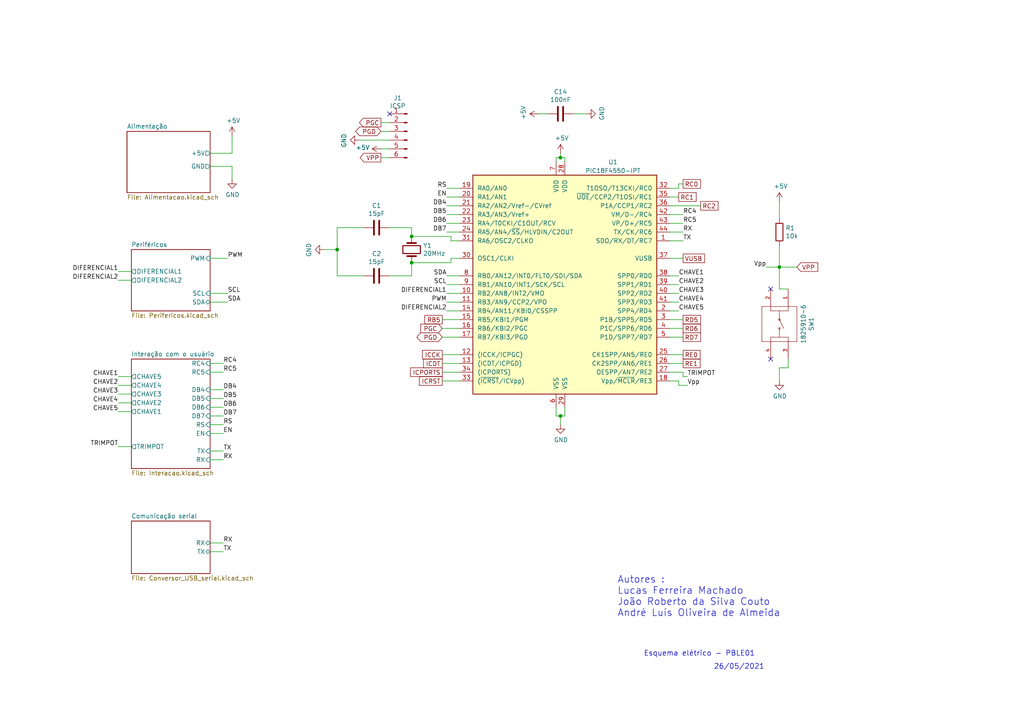
<source format=kicad_sch>
(kicad_sch (version 20230121) (generator eeschema)

  (uuid 8d263c01-7485-4e74-9d41-268dd1718f0e)

  (paper "A4")

  (lib_symbols
    (symbol "Chave_1825910-6:1825910-6" (pin_names (offset 1.016) hide) (in_bom yes) (on_board yes)
      (property "Reference" "SW" (at -5.08 5.842 0)
        (effects (font (size 1.27 1.27)) (justify left bottom))
      )
      (property "Value" "1825910-6" (at -5.08 -7.62 0)
        (effects (font (size 1.27 1.27)) (justify left bottom))
      )
      (property "Footprint" "SW_1825910-6-4" (at 0 0 0)
        (effects (font (size 1.27 1.27)) (justify left bottom) hide)
      )
      (property "Datasheet" "" (at 0 0 0)
        (effects (font (size 1.27 1.27)) (justify left bottom) hide)
      )
      (property "EU_RoHS_Compliance" "Compliant" (at 0 0 0)
        (effects (font (size 1.27 1.27)) (justify left bottom) hide)
      )
      (property "Configuration_Pole-Throw" "Single Pole - Single Throw" (at 0 0 0)
        (effects (font (size 1.27 1.27)) (justify left bottom) hide)
      )
      (property "Contact_Current_Rating" "50 mA" (at 0 0 0)
        (effects (font (size 1.27 1.27)) (justify left bottom) hide)
      )
      (property "Comment" "1825910-6" (at 0 0 0)
        (effects (font (size 1.27 1.27)) (justify left bottom) hide)
      )
      (property "ki_locked" "" (at 0 0 0)
        (effects (font (size 1.27 1.27)))
      )
      (symbol "1825910-6_0_0"
        (circle (center -1.27 0) (radius 0.254)
          (stroke (width 0.127) (type solid))
          (fill (type none))
        )
        (polyline
          (pts
            (xy -5.08 -5.08)
            (xy 5.08 -5.08)
          )
          (stroke (width 0.127) (type solid))
          (fill (type none))
        )
        (polyline
          (pts
            (xy -5.08 -2.54)
            (xy -5.08 -5.08)
          )
          (stroke (width 0.127) (type solid))
          (fill (type none))
        )
        (polyline
          (pts
            (xy -5.08 2.54)
            (xy -5.08 -2.54)
          )
          (stroke (width 0.127) (type solid))
          (fill (type none))
        )
        (polyline
          (pts
            (xy -5.08 2.54)
            (xy -3.81 2.54)
          )
          (stroke (width 0.127) (type solid))
          (fill (type none))
        )
        (polyline
          (pts
            (xy -5.08 5.08)
            (xy -5.08 2.54)
          )
          (stroke (width 0.127) (type solid))
          (fill (type none))
        )
        (polyline
          (pts
            (xy -5.08 5.08)
            (xy 5.08 5.08)
          )
          (stroke (width 0.127) (type solid))
          (fill (type none))
        )
        (polyline
          (pts
            (xy -3.81 -2.54)
            (xy -5.08 -2.54)
          )
          (stroke (width 0.127) (type solid))
          (fill (type none))
        )
        (polyline
          (pts
            (xy -3.81 0)
            (xy -3.81 -2.54)
          )
          (stroke (width 0.127) (type solid))
          (fill (type none))
        )
        (polyline
          (pts
            (xy -3.81 0)
            (xy -1.27 0)
          )
          (stroke (width 0.127) (type solid))
          (fill (type none))
        )
        (polyline
          (pts
            (xy -3.81 2.54)
            (xy -3.81 0)
          )
          (stroke (width 0.127) (type solid))
          (fill (type none))
        )
        (polyline
          (pts
            (xy -1.27 0)
            (xy 1.27 1.27)
          )
          (stroke (width 0.127) (type solid))
          (fill (type none))
        )
        (polyline
          (pts
            (xy 1.27 0)
            (xy 3.81 0)
          )
          (stroke (width 0.127) (type solid))
          (fill (type none))
        )
        (polyline
          (pts
            (xy 3.81 -2.54)
            (xy 5.08 -2.54)
          )
          (stroke (width 0.127) (type solid))
          (fill (type none))
        )
        (polyline
          (pts
            (xy 3.81 0)
            (xy 3.81 -2.54)
          )
          (stroke (width 0.127) (type solid))
          (fill (type none))
        )
        (polyline
          (pts
            (xy 3.81 0)
            (xy 3.81 2.54)
          )
          (stroke (width 0.127) (type solid))
          (fill (type none))
        )
        (polyline
          (pts
            (xy 3.81 2.54)
            (xy 5.08 2.54)
          )
          (stroke (width 0.127) (type solid))
          (fill (type none))
        )
        (polyline
          (pts
            (xy 5.08 -2.54)
            (xy 5.08 -5.08)
          )
          (stroke (width 0.127) (type solid))
          (fill (type none))
        )
        (polyline
          (pts
            (xy 5.08 2.54)
            (xy 5.08 -2.54)
          )
          (stroke (width 0.127) (type solid))
          (fill (type none))
        )
        (polyline
          (pts
            (xy 5.08 5.08)
            (xy 5.08 2.54)
          )
          (stroke (width 0.127) (type solid))
          (fill (type none))
        )
        (circle (center 1.27 0) (radius 0.254)
          (stroke (width 0.127) (type solid))
          (fill (type none))
        )
        (pin passive line (at -10.16 2.54 0) (length 5.08)
          (name "~" (effects (font (size 1.016 1.016))))
          (number "1" (effects (font (size 1.016 1.016))))
        )
        (pin passive line (at -10.16 -2.54 0) (length 5.08)
          (name "~" (effects (font (size 1.016 1.016))))
          (number "2" (effects (font (size 1.016 1.016))))
        )
        (pin passive line (at 10.16 2.54 180) (length 5.08)
          (name "~" (effects (font (size 1.016 1.016))))
          (number "3" (effects (font (size 1.016 1.016))))
        )
        (pin passive line (at 10.16 -2.54 180) (length 5.08)
          (name "~" (effects (font (size 1.016 1.016))))
          (number "4" (effects (font (size 1.016 1.016))))
        )
      )
    )
    (symbol "Device:C" (pin_numbers hide) (pin_names (offset 0.254)) (in_bom yes) (on_board yes)
      (property "Reference" "C" (at 0.635 2.54 0)
        (effects (font (size 1.27 1.27)) (justify left))
      )
      (property "Value" "C" (at 0.635 -2.54 0)
        (effects (font (size 1.27 1.27)) (justify left))
      )
      (property "Footprint" "" (at 0.9652 -3.81 0)
        (effects (font (size 1.27 1.27)) hide)
      )
      (property "Datasheet" "~" (at 0 0 0)
        (effects (font (size 1.27 1.27)) hide)
      )
      (property "ki_keywords" "cap capacitor" (at 0 0 0)
        (effects (font (size 1.27 1.27)) hide)
      )
      (property "ki_description" "Unpolarized capacitor" (at 0 0 0)
        (effects (font (size 1.27 1.27)) hide)
      )
      (property "ki_fp_filters" "C_*" (at 0 0 0)
        (effects (font (size 1.27 1.27)) hide)
      )
      (symbol "C_0_1"
        (polyline
          (pts
            (xy -2.032 -0.762)
            (xy 2.032 -0.762)
          )
          (stroke (width 0.508) (type default))
          (fill (type none))
        )
        (polyline
          (pts
            (xy -2.032 0.762)
            (xy 2.032 0.762)
          )
          (stroke (width 0.508) (type default))
          (fill (type none))
        )
      )
      (symbol "C_1_1"
        (pin passive line (at 0 3.81 270) (length 2.794)
          (name "~" (effects (font (size 1.27 1.27))))
          (number "1" (effects (font (size 1.27 1.27))))
        )
        (pin passive line (at 0 -3.81 90) (length 2.794)
          (name "~" (effects (font (size 1.27 1.27))))
          (number "2" (effects (font (size 1.27 1.27))))
        )
      )
    )
    (symbol "Device:Crystal" (pin_numbers hide) (pin_names (offset 1.016) hide) (in_bom yes) (on_board yes)
      (property "Reference" "Y" (at 0 3.81 0)
        (effects (font (size 1.27 1.27)))
      )
      (property "Value" "Crystal" (at 0 -3.81 0)
        (effects (font (size 1.27 1.27)))
      )
      (property "Footprint" "" (at 0 0 0)
        (effects (font (size 1.27 1.27)) hide)
      )
      (property "Datasheet" "~" (at 0 0 0)
        (effects (font (size 1.27 1.27)) hide)
      )
      (property "ki_keywords" "quartz ceramic resonator oscillator" (at 0 0 0)
        (effects (font (size 1.27 1.27)) hide)
      )
      (property "ki_description" "Two pin crystal" (at 0 0 0)
        (effects (font (size 1.27 1.27)) hide)
      )
      (property "ki_fp_filters" "Crystal*" (at 0 0 0)
        (effects (font (size 1.27 1.27)) hide)
      )
      (symbol "Crystal_0_1"
        (rectangle (start -1.143 2.54) (end 1.143 -2.54)
          (stroke (width 0.3048) (type default))
          (fill (type none))
        )
        (polyline
          (pts
            (xy -2.54 0)
            (xy -1.905 0)
          )
          (stroke (width 0) (type default))
          (fill (type none))
        )
        (polyline
          (pts
            (xy -1.905 -1.27)
            (xy -1.905 1.27)
          )
          (stroke (width 0.508) (type default))
          (fill (type none))
        )
        (polyline
          (pts
            (xy 1.905 -1.27)
            (xy 1.905 1.27)
          )
          (stroke (width 0.508) (type default))
          (fill (type none))
        )
        (polyline
          (pts
            (xy 2.54 0)
            (xy 1.905 0)
          )
          (stroke (width 0) (type default))
          (fill (type none))
        )
      )
      (symbol "Crystal_1_1"
        (pin passive line (at -3.81 0 0) (length 1.27)
          (name "1" (effects (font (size 1.27 1.27))))
          (number "1" (effects (font (size 1.27 1.27))))
        )
        (pin passive line (at 3.81 0 180) (length 1.27)
          (name "2" (effects (font (size 1.27 1.27))))
          (number "2" (effects (font (size 1.27 1.27))))
        )
      )
    )
    (symbol "Device:R" (pin_numbers hide) (pin_names (offset 0)) (in_bom yes) (on_board yes)
      (property "Reference" "R" (at 2.032 0 90)
        (effects (font (size 1.27 1.27)))
      )
      (property "Value" "R" (at 0 0 90)
        (effects (font (size 1.27 1.27)))
      )
      (property "Footprint" "" (at -1.778 0 90)
        (effects (font (size 1.27 1.27)) hide)
      )
      (property "Datasheet" "~" (at 0 0 0)
        (effects (font (size 1.27 1.27)) hide)
      )
      (property "ki_keywords" "R res resistor" (at 0 0 0)
        (effects (font (size 1.27 1.27)) hide)
      )
      (property "ki_description" "Resistor" (at 0 0 0)
        (effects (font (size 1.27 1.27)) hide)
      )
      (property "ki_fp_filters" "R_*" (at 0 0 0)
        (effects (font (size 1.27 1.27)) hide)
      )
      (symbol "R_0_1"
        (rectangle (start -1.016 -2.54) (end 1.016 2.54)
          (stroke (width 0.254) (type default))
          (fill (type none))
        )
      )
      (symbol "R_1_1"
        (pin passive line (at 0 3.81 270) (length 1.27)
          (name "~" (effects (font (size 1.27 1.27))))
          (number "1" (effects (font (size 1.27 1.27))))
        )
        (pin passive line (at 0 -3.81 90) (length 1.27)
          (name "~" (effects (font (size 1.27 1.27))))
          (number "2" (effects (font (size 1.27 1.27))))
        )
      )
    )
    (symbol "MCU_Microchip_PIC18:PIC18F4550-IPT" (pin_names (offset 1.27)) (in_bom yes) (on_board yes)
      (property "Reference" "U" (at -25.4 33.02 0)
        (effects (font (size 1.27 1.27)))
      )
      (property "Value" "PIC18F4550-IPT" (at 16.51 -33.02 0)
        (effects (font (size 1.27 1.27)))
      )
      (property "Footprint" "Package_QFP:TQFP-44_10x10mm_P0.8mm" (at 0 5.08 0)
        (effects (font (size 1.27 1.27) italic) hide)
      )
      (property "Datasheet" "http://ww1.microchip.com/downloads/en/DeviceDoc/39760d.pdf" (at 0 -6.35 0)
        (effects (font (size 1.27 1.27)) hide)
      )
      (property "ki_keywords" "Flash-Based 8-Bit Microcontroller XLP" (at 0 0 0)
        (effects (font (size 1.27 1.27)) hide)
      )
      (property "ki_description" "32K Flash, 2K SRAM, 256 EEPROM, USB, nanoWatt XLP, TQFP44" (at 0 0 0)
        (effects (font (size 1.27 1.27)) hide)
      )
      (property "ki_fp_filters" "TQFP*10x10mm*P0.8mm*" (at 0 0 0)
        (effects (font (size 1.27 1.27)) hide)
      )
      (symbol "PIC18F4550-IPT_0_1"
        (rectangle (start -26.67 31.75) (end 26.67 -31.75)
          (stroke (width 0.254) (type default))
          (fill (type background))
        )
      )
      (symbol "PIC18F4550-IPT_1_1"
        (pin bidirectional line (at 30.48 12.7 180) (length 3.81)
          (name "SDO/RX/DT/RC7" (effects (font (size 1.27 1.27))))
          (number "1" (effects (font (size 1.27 1.27))))
        )
        (pin bidirectional line (at -30.48 -2.54 0) (length 3.81)
          (name "RB2/AN8/INT2/VMO" (effects (font (size 1.27 1.27))))
          (number "10" (effects (font (size 1.27 1.27))))
        )
        (pin bidirectional line (at -30.48 -5.08 0) (length 3.81)
          (name "RB3/AN9/CCP2/VPO" (effects (font (size 1.27 1.27))))
          (number "11" (effects (font (size 1.27 1.27))))
        )
        (pin bidirectional line (at -30.48 -20.32 0) (length 3.81)
          (name "(ICCK/ICPGC)" (effects (font (size 1.27 1.27))))
          (number "12" (effects (font (size 1.27 1.27))))
        )
        (pin bidirectional line (at -30.48 -22.86 0) (length 3.81)
          (name "(ICDT/ICPGD)" (effects (font (size 1.27 1.27))))
          (number "13" (effects (font (size 1.27 1.27))))
        )
        (pin bidirectional line (at -30.48 -7.62 0) (length 3.81)
          (name "RB4/AN11/KBI0/CSSPP" (effects (font (size 1.27 1.27))))
          (number "14" (effects (font (size 1.27 1.27))))
        )
        (pin bidirectional line (at -30.48 -10.16 0) (length 3.81)
          (name "RB5/KBI1/PGM" (effects (font (size 1.27 1.27))))
          (number "15" (effects (font (size 1.27 1.27))))
        )
        (pin bidirectional line (at -30.48 -12.7 0) (length 3.81)
          (name "RB6/KBI2/PGC" (effects (font (size 1.27 1.27))))
          (number "16" (effects (font (size 1.27 1.27))))
        )
        (pin bidirectional line (at -30.48 -15.24 0) (length 3.81)
          (name "RB7/KBI3/PGD" (effects (font (size 1.27 1.27))))
          (number "17" (effects (font (size 1.27 1.27))))
        )
        (pin input line (at 30.48 -27.94 180) (length 3.81)
          (name "Vpp/~{MCLR}/RE3" (effects (font (size 1.27 1.27))))
          (number "18" (effects (font (size 1.27 1.27))))
        )
        (pin bidirectional line (at -30.48 27.94 0) (length 3.81)
          (name "RA0/AN0" (effects (font (size 1.27 1.27))))
          (number "19" (effects (font (size 1.27 1.27))))
        )
        (pin bidirectional line (at 30.48 -7.62 180) (length 3.81)
          (name "SPP4/RD4" (effects (font (size 1.27 1.27))))
          (number "2" (effects (font (size 1.27 1.27))))
        )
        (pin bidirectional line (at -30.48 25.4 0) (length 3.81)
          (name "RA1/AN1" (effects (font (size 1.27 1.27))))
          (number "20" (effects (font (size 1.27 1.27))))
        )
        (pin bidirectional line (at -30.48 22.86 0) (length 3.81)
          (name "RA2/AN2/Vref-/CVref" (effects (font (size 1.27 1.27))))
          (number "21" (effects (font (size 1.27 1.27))))
        )
        (pin bidirectional line (at -30.48 20.32 0) (length 3.81)
          (name "RA3/AN3/Vref+" (effects (font (size 1.27 1.27))))
          (number "22" (effects (font (size 1.27 1.27))))
        )
        (pin bidirectional line (at -30.48 17.78 0) (length 3.81)
          (name "RA4/T0CKI/C1OUT/RCV" (effects (font (size 1.27 1.27))))
          (number "23" (effects (font (size 1.27 1.27))))
        )
        (pin bidirectional line (at -30.48 15.24 0) (length 3.81)
          (name "RA5/AN4/~{SS}/HLVDIN/C2OUT" (effects (font (size 1.27 1.27))))
          (number "24" (effects (font (size 1.27 1.27))))
        )
        (pin bidirectional line (at 30.48 -20.32 180) (length 3.81)
          (name "CK1SPP/AN5/RE0" (effects (font (size 1.27 1.27))))
          (number "25" (effects (font (size 1.27 1.27))))
        )
        (pin bidirectional line (at 30.48 -22.86 180) (length 3.81)
          (name "CK2SPP/AN6/RE1" (effects (font (size 1.27 1.27))))
          (number "26" (effects (font (size 1.27 1.27))))
        )
        (pin bidirectional line (at 30.48 -25.4 180) (length 3.81)
          (name "OESPP/AN7/RE2" (effects (font (size 1.27 1.27))))
          (number "27" (effects (font (size 1.27 1.27))))
        )
        (pin power_in line (at 0 35.56 270) (length 3.81)
          (name "VDD" (effects (font (size 1.27 1.27))))
          (number "28" (effects (font (size 1.27 1.27))))
        )
        (pin power_in line (at 0 -35.56 90) (length 3.81)
          (name "VSS" (effects (font (size 1.27 1.27))))
          (number "29" (effects (font (size 1.27 1.27))))
        )
        (pin bidirectional line (at 30.48 -10.16 180) (length 3.81)
          (name "P1B/SPP5/RD5" (effects (font (size 1.27 1.27))))
          (number "3" (effects (font (size 1.27 1.27))))
        )
        (pin input line (at -30.48 7.62 0) (length 3.81)
          (name "OSC1/CLKI" (effects (font (size 1.27 1.27))))
          (number "30" (effects (font (size 1.27 1.27))))
        )
        (pin output line (at -30.48 12.7 0) (length 3.81)
          (name "RA6/OSC2/CLKO" (effects (font (size 1.27 1.27))))
          (number "31" (effects (font (size 1.27 1.27))))
        )
        (pin bidirectional line (at 30.48 27.94 180) (length 3.81)
          (name "T1OSO/T13CKI/RC0" (effects (font (size 1.27 1.27))))
          (number "32" (effects (font (size 1.27 1.27))))
        )
        (pin input line (at -30.48 -27.94 0) (length 3.81)
          (name "(~{ICRST}/ICVpp)" (effects (font (size 1.27 1.27))))
          (number "33" (effects (font (size 1.27 1.27))))
        )
        (pin bidirectional line (at -30.48 -25.4 0) (length 3.81)
          (name "(ICPORTS)" (effects (font (size 1.27 1.27))))
          (number "34" (effects (font (size 1.27 1.27))))
        )
        (pin bidirectional line (at 30.48 25.4 180) (length 3.81)
          (name "~{UOE}/CCP2/T1OSI/RC1" (effects (font (size 1.27 1.27))))
          (number "35" (effects (font (size 1.27 1.27))))
        )
        (pin bidirectional line (at 30.48 22.86 180) (length 3.81)
          (name "P1A/CCP1/RC2" (effects (font (size 1.27 1.27))))
          (number "36" (effects (font (size 1.27 1.27))))
        )
        (pin bidirectional line (at 30.48 7.62 180) (length 3.81)
          (name "VUSB" (effects (font (size 1.27 1.27))))
          (number "37" (effects (font (size 1.27 1.27))))
        )
        (pin bidirectional line (at 30.48 2.54 180) (length 3.81)
          (name "SPP0/RD0" (effects (font (size 1.27 1.27))))
          (number "38" (effects (font (size 1.27 1.27))))
        )
        (pin bidirectional line (at 30.48 0 180) (length 3.81)
          (name "SPP1/RD1" (effects (font (size 1.27 1.27))))
          (number "39" (effects (font (size 1.27 1.27))))
        )
        (pin bidirectional line (at 30.48 -12.7 180) (length 3.81)
          (name "P1C/SPP6/RD6" (effects (font (size 1.27 1.27))))
          (number "4" (effects (font (size 1.27 1.27))))
        )
        (pin bidirectional line (at 30.48 -2.54 180) (length 3.81)
          (name "SPP2/RD2" (effects (font (size 1.27 1.27))))
          (number "40" (effects (font (size 1.27 1.27))))
        )
        (pin bidirectional line (at 30.48 -5.08 180) (length 3.81)
          (name "SPP3/RD3" (effects (font (size 1.27 1.27))))
          (number "41" (effects (font (size 1.27 1.27))))
        )
        (pin bidirectional line (at 30.48 20.32 180) (length 3.81)
          (name "VM/D-/RC4" (effects (font (size 1.27 1.27))))
          (number "42" (effects (font (size 1.27 1.27))))
        )
        (pin bidirectional line (at 30.48 17.78 180) (length 3.81)
          (name "VP/D+/RC5" (effects (font (size 1.27 1.27))))
          (number "43" (effects (font (size 1.27 1.27))))
        )
        (pin bidirectional line (at 30.48 15.24 180) (length 3.81)
          (name "TX/CK/RC6" (effects (font (size 1.27 1.27))))
          (number "44" (effects (font (size 1.27 1.27))))
        )
        (pin bidirectional line (at 30.48 -15.24 180) (length 3.81)
          (name "P1D/SPP7/RD7" (effects (font (size 1.27 1.27))))
          (number "5" (effects (font (size 1.27 1.27))))
        )
        (pin power_in line (at -2.54 -35.56 90) (length 3.81)
          (name "VSS" (effects (font (size 1.27 1.27))))
          (number "6" (effects (font (size 1.27 1.27))))
        )
        (pin power_in line (at -2.54 35.56 270) (length 3.81)
          (name "VDD" (effects (font (size 1.27 1.27))))
          (number "7" (effects (font (size 1.27 1.27))))
        )
        (pin bidirectional line (at -30.48 2.54 0) (length 3.81)
          (name "RB0/AN12/INT0/FLT0/SDI/SDA" (effects (font (size 1.27 1.27))))
          (number "8" (effects (font (size 1.27 1.27))))
        )
        (pin bidirectional line (at -30.48 0 0) (length 3.81)
          (name "RB1/AN10/INT1/SCK/SCL" (effects (font (size 1.27 1.27))))
          (number "9" (effects (font (size 1.27 1.27))))
        )
      )
    )
    (symbol "PBLE01-rescue:Conn_01x06_Male-Connector" (pin_names (offset 1.016) hide) (in_bom yes) (on_board yes)
      (property "Reference" "J" (at 0 7.62 0)
        (effects (font (size 1.27 1.27)))
      )
      (property "Value" "Connector_Conn_01x06_Male" (at 0 -10.16 0)
        (effects (font (size 1.27 1.27)))
      )
      (property "Footprint" "" (at 0 0 0)
        (effects (font (size 1.27 1.27)) hide)
      )
      (property "Datasheet" "" (at 0 0 0)
        (effects (font (size 1.27 1.27)) hide)
      )
      (property "ki_fp_filters" "Connector*:*_1x??_*" (at 0 0 0)
        (effects (font (size 1.27 1.27)) hide)
      )
      (symbol "Conn_01x06_Male-Connector_1_1"
        (polyline
          (pts
            (xy 1.27 -7.62)
            (xy 0.8636 -7.62)
          )
          (stroke (width 0.1524) (type solid))
          (fill (type none))
        )
        (polyline
          (pts
            (xy 1.27 -5.08)
            (xy 0.8636 -5.08)
          )
          (stroke (width 0.1524) (type solid))
          (fill (type none))
        )
        (polyline
          (pts
            (xy 1.27 -2.54)
            (xy 0.8636 -2.54)
          )
          (stroke (width 0.1524) (type solid))
          (fill (type none))
        )
        (polyline
          (pts
            (xy 1.27 0)
            (xy 0.8636 0)
          )
          (stroke (width 0.1524) (type solid))
          (fill (type none))
        )
        (polyline
          (pts
            (xy 1.27 2.54)
            (xy 0.8636 2.54)
          )
          (stroke (width 0.1524) (type solid))
          (fill (type none))
        )
        (polyline
          (pts
            (xy 1.27 5.08)
            (xy 0.8636 5.08)
          )
          (stroke (width 0.1524) (type solid))
          (fill (type none))
        )
        (rectangle (start 0.8636 -7.493) (end 0 -7.747)
          (stroke (width 0.1524) (type solid))
          (fill (type outline))
        )
        (rectangle (start 0.8636 -4.953) (end 0 -5.207)
          (stroke (width 0.1524) (type solid))
          (fill (type outline))
        )
        (rectangle (start 0.8636 -2.413) (end 0 -2.667)
          (stroke (width 0.1524) (type solid))
          (fill (type outline))
        )
        (rectangle (start 0.8636 0.127) (end 0 -0.127)
          (stroke (width 0.1524) (type solid))
          (fill (type outline))
        )
        (rectangle (start 0.8636 2.667) (end 0 2.413)
          (stroke (width 0.1524) (type solid))
          (fill (type outline))
        )
        (rectangle (start 0.8636 5.207) (end 0 4.953)
          (stroke (width 0.1524) (type solid))
          (fill (type outline))
        )
        (pin passive line (at 5.08 5.08 180) (length 3.81)
          (name "Pin_1" (effects (font (size 1.27 1.27))))
          (number "1" (effects (font (size 1.27 1.27))))
        )
        (pin passive line (at 5.08 2.54 180) (length 3.81)
          (name "Pin_2" (effects (font (size 1.27 1.27))))
          (number "2" (effects (font (size 1.27 1.27))))
        )
        (pin passive line (at 5.08 0 180) (length 3.81)
          (name "Pin_3" (effects (font (size 1.27 1.27))))
          (number "3" (effects (font (size 1.27 1.27))))
        )
        (pin passive line (at 5.08 -2.54 180) (length 3.81)
          (name "Pin_4" (effects (font (size 1.27 1.27))))
          (number "4" (effects (font (size 1.27 1.27))))
        )
        (pin passive line (at 5.08 -5.08 180) (length 3.81)
          (name "Pin_5" (effects (font (size 1.27 1.27))))
          (number "5" (effects (font (size 1.27 1.27))))
        )
        (pin passive line (at 5.08 -7.62 180) (length 3.81)
          (name "Pin_6" (effects (font (size 1.27 1.27))))
          (number "6" (effects (font (size 1.27 1.27))))
        )
      )
    )
    (symbol "power:+5V" (power) (pin_names (offset 0)) (in_bom yes) (on_board yes)
      (property "Reference" "#PWR" (at 0 -3.81 0)
        (effects (font (size 1.27 1.27)) hide)
      )
      (property "Value" "+5V" (at 0 3.556 0)
        (effects (font (size 1.27 1.27)))
      )
      (property "Footprint" "" (at 0 0 0)
        (effects (font (size 1.27 1.27)) hide)
      )
      (property "Datasheet" "" (at 0 0 0)
        (effects (font (size 1.27 1.27)) hide)
      )
      (property "ki_keywords" "global power" (at 0 0 0)
        (effects (font (size 1.27 1.27)) hide)
      )
      (property "ki_description" "Power symbol creates a global label with name \"+5V\"" (at 0 0 0)
        (effects (font (size 1.27 1.27)) hide)
      )
      (symbol "+5V_0_1"
        (polyline
          (pts
            (xy -0.762 1.27)
            (xy 0 2.54)
          )
          (stroke (width 0) (type default))
          (fill (type none))
        )
        (polyline
          (pts
            (xy 0 0)
            (xy 0 2.54)
          )
          (stroke (width 0) (type default))
          (fill (type none))
        )
        (polyline
          (pts
            (xy 0 2.54)
            (xy 0.762 1.27)
          )
          (stroke (width 0) (type default))
          (fill (type none))
        )
      )
      (symbol "+5V_1_1"
        (pin power_in line (at 0 0 90) (length 0) hide
          (name "+5V" (effects (font (size 1.27 1.27))))
          (number "1" (effects (font (size 1.27 1.27))))
        )
      )
    )
    (symbol "power:GND" (power) (pin_names (offset 0)) (in_bom yes) (on_board yes)
      (property "Reference" "#PWR" (at 0 -6.35 0)
        (effects (font (size 1.27 1.27)) hide)
      )
      (property "Value" "GND" (at 0 -3.81 0)
        (effects (font (size 1.27 1.27)))
      )
      (property "Footprint" "" (at 0 0 0)
        (effects (font (size 1.27 1.27)) hide)
      )
      (property "Datasheet" "" (at 0 0 0)
        (effects (font (size 1.27 1.27)) hide)
      )
      (property "ki_keywords" "global power" (at 0 0 0)
        (effects (font (size 1.27 1.27)) hide)
      )
      (property "ki_description" "Power symbol creates a global label with name \"GND\" , ground" (at 0 0 0)
        (effects (font (size 1.27 1.27)) hide)
      )
      (symbol "GND_0_1"
        (polyline
          (pts
            (xy 0 0)
            (xy 0 -1.27)
            (xy 1.27 -1.27)
            (xy 0 -2.54)
            (xy -1.27 -1.27)
            (xy 0 -1.27)
          )
          (stroke (width 0) (type default))
          (fill (type none))
        )
      )
      (symbol "GND_1_1"
        (pin power_in line (at 0 0 270) (length 0) hide
          (name "GND" (effects (font (size 1.27 1.27))))
          (number "1" (effects (font (size 1.27 1.27))))
        )
      )
    )
  )

  (junction (at 162.56 120.65) (diameter 0) (color 0 0 0 0)
    (uuid 1e81d35e-5269-46d5-8574-71ac222be6be)
  )
  (junction (at 119.38 68.58) (diameter 0) (color 0 0 0 0)
    (uuid 54164eed-a22d-4fd2-a4e5-1ffefeb793ce)
  )
  (junction (at 97.79 72.39) (diameter 0) (color 0 0 0 0)
    (uuid 6c3e4d9f-27bd-403a-896f-77d31d38ace7)
  )
  (junction (at 119.38 76.2) (diameter 0) (color 0 0 0 0)
    (uuid 9a5fb47e-0c95-4807-b922-39e6866a4028)
  )
  (junction (at 226.06 77.47) (diameter 0) (color 0 0 0 0)
    (uuid e7e9af36-cd13-4f03-ad74-78374c8217e6)
  )
  (junction (at 162.56 45.72) (diameter 0) (color 0 0 0 0)
    (uuid f4721b33-c16b-48aa-a1f6-c41c67f1f9ec)
  )

  (no_connect (at 223.52 83.82) (uuid 1ce6084d-dbd4-4b20-8807-bd8319f41ef8))
  (no_connect (at 113.03 33.02) (uuid 408a0cc6-a1c4-4c1b-bbe2-75fa7f56bd19))
  (no_connect (at 223.52 104.14) (uuid 891a6844-0274-4bb5-ba95-08c1ea99e7cc))

  (wire (pts (xy 129.54 64.77) (xy 133.35 64.77))
    (stroke (width 0) (type default))
    (uuid 02b7207c-8f6a-419d-84b0-f0a0f39a13f6)
  )
  (wire (pts (xy 60.96 48.26) (xy 67.31 48.26))
    (stroke (width 0) (type default))
    (uuid 051f50dd-00f3-4d14-ae11-fcfba5da2778)
  )
  (wire (pts (xy 194.31 69.85) (xy 198.12 69.85))
    (stroke (width 0) (type default))
    (uuid 0539f2c9-625e-40bd-8ac1-9291a6a43f41)
  )
  (wire (pts (xy 161.29 46.99) (xy 161.29 45.72))
    (stroke (width 0) (type default))
    (uuid 055ba1af-ef2e-4f73-a82b-657f514b0d08)
  )
  (wire (pts (xy 129.54 90.17) (xy 133.35 90.17))
    (stroke (width 0) (type default))
    (uuid 07ccff45-7ebe-4218-a996-fa15d47f803a)
  )
  (wire (pts (xy 163.83 120.65) (xy 163.83 118.11))
    (stroke (width 0) (type default))
    (uuid 07cea990-2126-45a9-ab30-6b62751a5872)
  )
  (wire (pts (xy 161.29 120.65) (xy 162.56 120.65))
    (stroke (width 0) (type default))
    (uuid 082c6991-4e24-4b9d-a9af-4669e7a39c05)
  )
  (wire (pts (xy 161.29 118.11) (xy 161.29 120.65))
    (stroke (width 0) (type default))
    (uuid 0a1470cd-f251-4b03-8417-1a54415465a8)
  )
  (wire (pts (xy 194.31 74.93) (xy 198.12 74.93))
    (stroke (width 0) (type default))
    (uuid 0af8b75a-4550-46a0-85b5-69961e795f34)
  )
  (wire (pts (xy 34.29 129.54) (xy 38.1 129.54))
    (stroke (width 0) (type default))
    (uuid 0d5480e8-5005-465d-a491-1a06b5f032b8)
  )
  (wire (pts (xy 128.27 97.79) (xy 133.35 97.79))
    (stroke (width 0) (type default))
    (uuid 0fc912f6-dd2f-4d14-a098-43a1a4f6af32)
  )
  (wire (pts (xy 194.31 102.87) (xy 198.12 102.87))
    (stroke (width 0) (type default))
    (uuid 13ae108c-8559-446d-b3d5-1ad2a63cc83d)
  )
  (wire (pts (xy 226.06 71.12) (xy 226.06 77.47))
    (stroke (width 0) (type default))
    (uuid 148a3361-9116-4a09-a70c-7bba077f28da)
  )
  (wire (pts (xy 194.31 92.71) (xy 198.12 92.71))
    (stroke (width 0) (type default))
    (uuid 16b51910-0c30-4626-aed9-8505ff4b5221)
  )
  (wire (pts (xy 67.31 48.26) (xy 67.31 52.07))
    (stroke (width 0) (type default))
    (uuid 16d6f913-3260-4244-a143-850091e6c7db)
  )
  (wire (pts (xy 128.27 102.87) (xy 133.35 102.87))
    (stroke (width 0) (type default))
    (uuid 1ab42e25-ca5a-428c-8c73-f24f5702e9cc)
  )
  (wire (pts (xy 226.06 77.47) (xy 231.14 77.47))
    (stroke (width 0) (type default))
    (uuid 21d67f9b-06e4-4e25-b621-cbc035877591)
  )
  (wire (pts (xy 162.56 120.65) (xy 163.83 120.65))
    (stroke (width 0) (type default))
    (uuid 23d57ec8-0ca9-482b-9abb-9b7dde5f05e7)
  )
  (wire (pts (xy 60.96 115.57) (xy 64.77 115.57))
    (stroke (width 0) (type default))
    (uuid 249df7c0-4fa3-404a-a8e6-f9fa61d049df)
  )
  (wire (pts (xy 228.6 106.68) (xy 228.6 104.14))
    (stroke (width 0) (type default))
    (uuid 2670ca79-a661-44ca-acbd-e6fc5ffdfd59)
  )
  (wire (pts (xy 67.31 44.45) (xy 67.31 39.37))
    (stroke (width 0) (type default))
    (uuid 27a77bad-ada0-4770-97bc-02eeeaa516cd)
  )
  (wire (pts (xy 60.96 107.95) (xy 64.77 107.95))
    (stroke (width 0) (type default))
    (uuid 2aec1bc2-6dd3-465a-b694-bc952d3a69c9)
  )
  (wire (pts (xy 60.96 160.02) (xy 64.77 160.02))
    (stroke (width 0) (type default))
    (uuid 2c6830d3-81da-4fee-8787-848cf2846b83)
  )
  (wire (pts (xy 93.98 72.39) (xy 97.79 72.39))
    (stroke (width 0) (type default))
    (uuid 2e29bf95-702a-4c36-b3b2-576c270c387e)
  )
  (wire (pts (xy 128.27 107.95) (xy 133.35 107.95))
    (stroke (width 0) (type default))
    (uuid 30ce82b3-8ae5-4eeb-b2e4-5dc336269958)
  )
  (wire (pts (xy 194.31 82.55) (xy 196.85 82.55))
    (stroke (width 0) (type default))
    (uuid 3db63391-9c27-4fe6-9153-923849cdc03c)
  )
  (wire (pts (xy 113.03 66.04) (xy 119.38 66.04))
    (stroke (width 0) (type default))
    (uuid 3f2087b7-fc8a-444d-b106-3c9c39b7ba32)
  )
  (wire (pts (xy 97.79 80.01) (xy 105.41 80.01))
    (stroke (width 0) (type default))
    (uuid 42b69288-1699-43f6-941a-838b104060a4)
  )
  (wire (pts (xy 194.31 95.25) (xy 198.12 95.25))
    (stroke (width 0) (type default))
    (uuid 47d109ed-d250-439a-a776-07227ffe7ae9)
  )
  (wire (pts (xy 194.31 107.95) (xy 198.12 107.95))
    (stroke (width 0) (type default))
    (uuid 47fffcae-0e99-4eba-ad19-36206b3d154b)
  )
  (wire (pts (xy 60.96 157.48) (xy 64.77 157.48))
    (stroke (width 0) (type default))
    (uuid 48fff3ef-1ba7-4b92-b4b4-fb9c5101f272)
  )
  (wire (pts (xy 228.6 83.82) (xy 226.06 83.82))
    (stroke (width 0) (type default))
    (uuid 4c7cd7d1-a058-47d5-9894-16cb672fc2f8)
  )
  (wire (pts (xy 128.27 95.25) (xy 133.35 95.25))
    (stroke (width 0) (type default))
    (uuid 4dec06f7-2090-4f3a-bfbf-4580ad6e2358)
  )
  (wire (pts (xy 130.81 76.2) (xy 130.81 74.93))
    (stroke (width 0) (type default))
    (uuid 52c4875e-79ab-41ab-8c23-ab1ee428df70)
  )
  (wire (pts (xy 194.31 64.77) (xy 198.12 64.77))
    (stroke (width 0) (type default))
    (uuid 52f23e3b-5153-4142-a9ec-066719b39ee8)
  )
  (wire (pts (xy 129.54 67.31) (xy 133.35 67.31))
    (stroke (width 0) (type default))
    (uuid 544a333c-34de-480e-b4e9-6cd59aa769c7)
  )
  (wire (pts (xy 130.81 69.85) (xy 133.35 69.85))
    (stroke (width 0) (type default))
    (uuid 5a96434e-2eb2-48c4-bc39-5c5e5124bc62)
  )
  (wire (pts (xy 128.27 105.41) (xy 133.35 105.41))
    (stroke (width 0) (type default))
    (uuid 5c9986b0-12ea-4097-b075-91f998a573ae)
  )
  (wire (pts (xy 60.96 120.65) (xy 64.77 120.65))
    (stroke (width 0) (type default))
    (uuid 5e5037f8-9389-436d-8a7f-3580c7b1bc47)
  )
  (wire (pts (xy 110.49 43.18) (xy 113.03 43.18))
    (stroke (width 0) (type default))
    (uuid 5f012d06-c119-46ff-ab1c-2793696000ac)
  )
  (wire (pts (xy 60.96 118.11) (xy 64.77 118.11))
    (stroke (width 0) (type default))
    (uuid 5f1a7d0a-61a2-450f-bd62-372091385962)
  )
  (wire (pts (xy 119.38 68.58) (xy 130.81 68.58))
    (stroke (width 0) (type default))
    (uuid 614a48ca-b916-49dc-b45b-b77f5731aae7)
  )
  (wire (pts (xy 60.96 130.81) (xy 64.77 130.81))
    (stroke (width 0) (type default))
    (uuid 61a65541-a91f-40d6-a5a1-f87453456dc7)
  )
  (wire (pts (xy 194.31 90.17) (xy 196.85 90.17))
    (stroke (width 0) (type default))
    (uuid 63c8df0a-0025-4ead-b030-d8aa8773b55f)
  )
  (wire (pts (xy 222.25 77.47) (xy 226.06 77.47))
    (stroke (width 0) (type default))
    (uuid 6887f885-484b-4890-95f2-367f94b71195)
  )
  (wire (pts (xy 194.31 59.69) (xy 203.2 59.69))
    (stroke (width 0) (type default))
    (uuid 68aacdce-31ae-491f-81ca-e24f3074a138)
  )
  (wire (pts (xy 128.27 92.71) (xy 133.35 92.71))
    (stroke (width 0) (type default))
    (uuid 705ac141-78ce-4974-bf19-6c1209c8e002)
  )
  (wire (pts (xy 34.29 78.74) (xy 38.1 78.74))
    (stroke (width 0) (type default))
    (uuid 779a368c-1606-4ab6-9c90-f8bf0e1d7f8f)
  )
  (wire (pts (xy 226.06 63.5) (xy 226.06 58.42))
    (stroke (width 0) (type default))
    (uuid 79b425ff-26bc-4782-994b-24fae1a9f2df)
  )
  (wire (pts (xy 130.81 74.93) (xy 133.35 74.93))
    (stroke (width 0) (type default))
    (uuid 7a9e13ca-4a61-4f7b-b0cc-4b7a154c85cf)
  )
  (wire (pts (xy 162.56 45.72) (xy 163.83 45.72))
    (stroke (width 0) (type default))
    (uuid 7ab22db8-7619-4859-9f5e-7f5fc9064fcf)
  )
  (wire (pts (xy 198.12 107.95) (xy 198.12 109.22))
    (stroke (width 0) (type default))
    (uuid 7e9c7177-99f7-4e65-ac44-b87c19443981)
  )
  (wire (pts (xy 194.31 62.23) (xy 198.12 62.23))
    (stroke (width 0) (type default))
    (uuid 82d18b3e-78d4-4d18-b57e-d417e34a79a7)
  )
  (wire (pts (xy 163.83 45.72) (xy 163.83 46.99))
    (stroke (width 0) (type default))
    (uuid 832413bd-aa16-4026-aff0-75feb606fa82)
  )
  (wire (pts (xy 34.29 81.28) (xy 38.1 81.28))
    (stroke (width 0) (type default))
    (uuid 8698837d-17d5-42e5-b9f3-b0dcff37a104)
  )
  (wire (pts (xy 226.06 110.49) (xy 226.06 106.68))
    (stroke (width 0) (type default))
    (uuid 86ef7ebc-330d-48d9-88c5-d20af29e4cc1)
  )
  (wire (pts (xy 119.38 66.04) (xy 119.38 68.58))
    (stroke (width 0) (type default))
    (uuid 88439a52-d112-4e85-98b7-167f984216b8)
  )
  (wire (pts (xy 194.31 87.63) (xy 196.85 87.63))
    (stroke (width 0) (type default))
    (uuid 8938e2bd-dc52-4432-b3fd-a1bb9e7d512b)
  )
  (wire (pts (xy 60.96 44.45) (xy 67.31 44.45))
    (stroke (width 0) (type default))
    (uuid 89e988b0-b70e-4a8d-9cbd-988642816ada)
  )
  (wire (pts (xy 162.56 45.72) (xy 162.56 44.45))
    (stroke (width 0) (type default))
    (uuid 8d920e36-f488-40c6-83c2-967fabae1b11)
  )
  (wire (pts (xy 196.85 111.76) (xy 199.39 111.76))
    (stroke (width 0) (type default))
    (uuid 8ec30c43-7dbe-42d8-9c40-5507250b2ae2)
  )
  (wire (pts (xy 34.29 119.38) (xy 38.1 119.38))
    (stroke (width 0) (type default))
    (uuid 96314802-ff33-4304-abae-a0d9dd0ad742)
  )
  (wire (pts (xy 60.96 87.63) (xy 66.04 87.63))
    (stroke (width 0) (type default))
    (uuid 9c661f3c-3859-4477-a7d2-40f686ed6f36)
  )
  (wire (pts (xy 196.85 110.49) (xy 196.85 111.76))
    (stroke (width 0) (type default))
    (uuid 9e48f981-7a0d-48dc-b156-6c5dd7323f8e)
  )
  (wire (pts (xy 196.85 53.34) (xy 198.12 53.34))
    (stroke (width 0) (type default))
    (uuid 9f5d47c0-2241-4eea-b8a9-c946667895bf)
  )
  (wire (pts (xy 166.37 33.02) (xy 170.18 33.02))
    (stroke (width 0) (type default))
    (uuid a11710bb-cc1e-4f8f-af4e-8474bf457825)
  )
  (wire (pts (xy 194.31 80.01) (xy 196.85 80.01))
    (stroke (width 0) (type default))
    (uuid a262aed5-d26f-4bce-8cbb-fe0459260968)
  )
  (wire (pts (xy 226.06 77.47) (xy 226.06 83.82))
    (stroke (width 0) (type default))
    (uuid a298166d-94d8-47f1-9c5f-46fc90e6ed00)
  )
  (wire (pts (xy 129.54 54.61) (xy 133.35 54.61))
    (stroke (width 0) (type default))
    (uuid a3f2483e-2695-476a-bbab-e5ef5c8b416a)
  )
  (wire (pts (xy 129.54 85.09) (xy 133.35 85.09))
    (stroke (width 0) (type default))
    (uuid a5f57174-bee2-4010-a198-fd4da5c62eb0)
  )
  (wire (pts (xy 129.54 80.01) (xy 133.35 80.01))
    (stroke (width 0) (type default))
    (uuid a67dcf23-0ec2-42c6-b8e5-9e2cb56f02b1)
  )
  (wire (pts (xy 60.96 74.93) (xy 66.04 74.93))
    (stroke (width 0) (type default))
    (uuid af7c7c51-2587-4486-be1c-a63b5ded7e3e)
  )
  (wire (pts (xy 34.29 109.22) (xy 38.1 109.22))
    (stroke (width 0) (type default))
    (uuid b201a2b7-513d-48ea-9e8d-86dde178761b)
  )
  (wire (pts (xy 226.06 106.68) (xy 228.6 106.68))
    (stroke (width 0) (type default))
    (uuid b3a596cb-fbcf-4818-a130-34969b07fa2c)
  )
  (wire (pts (xy 128.27 110.49) (xy 133.35 110.49))
    (stroke (width 0) (type default))
    (uuid b472113e-835f-442e-bef0-d86223576bc6)
  )
  (wire (pts (xy 162.56 120.65) (xy 162.56 123.19))
    (stroke (width 0) (type default))
    (uuid b79b740e-5a35-44b0-8805-53ea314590bd)
  )
  (wire (pts (xy 110.49 38.1) (xy 113.03 38.1))
    (stroke (width 0) (type default))
    (uuid b8b9125e-f639-422f-a4d0-f3e0810d6f89)
  )
  (wire (pts (xy 60.96 113.03) (xy 64.77 113.03))
    (stroke (width 0) (type default))
    (uuid b9403483-7dc9-43c9-a1ac-d86b4cc263e6)
  )
  (wire (pts (xy 113.03 80.01) (xy 119.38 80.01))
    (stroke (width 0) (type default))
    (uuid b9cb003f-0eea-4254-8deb-c247023590d3)
  )
  (wire (pts (xy 110.49 35.56) (xy 113.03 35.56))
    (stroke (width 0) (type default))
    (uuid bcb00009-ec7b-4501-b423-23be96e017c2)
  )
  (wire (pts (xy 97.79 66.04) (xy 105.41 66.04))
    (stroke (width 0) (type default))
    (uuid c101c428-e0c9-45db-b86b-aceb13344c47)
  )
  (wire (pts (xy 60.96 105.41) (xy 64.77 105.41))
    (stroke (width 0) (type default))
    (uuid c1d969cb-430f-4ca8-b61e-8b9e2b1347c7)
  )
  (wire (pts (xy 129.54 59.69) (xy 133.35 59.69))
    (stroke (width 0) (type default))
    (uuid c30162fd-7abd-481b-907a-ad37835345fb)
  )
  (wire (pts (xy 129.54 87.63) (xy 133.35 87.63))
    (stroke (width 0) (type default))
    (uuid c8e958e1-1101-4f0b-9a15-be827630463e)
  )
  (wire (pts (xy 34.29 111.76) (xy 38.1 111.76))
    (stroke (width 0) (type default))
    (uuid c8f200fd-aec4-4e10-832a-b89984ba1706)
  )
  (wire (pts (xy 97.79 72.39) (xy 97.79 80.01))
    (stroke (width 0) (type default))
    (uuid ca8ce31e-a8dd-4bb2-a8e9-c0a980af273e)
  )
  (wire (pts (xy 194.31 85.09) (xy 196.85 85.09))
    (stroke (width 0) (type default))
    (uuid cba2ad71-35ba-4c0c-b910-44958f81bffd)
  )
  (wire (pts (xy 60.96 133.35) (xy 64.77 133.35))
    (stroke (width 0) (type default))
    (uuid ce1e7a81-dd63-45d2-9a8c-9e46fd91890e)
  )
  (wire (pts (xy 60.96 125.73) (xy 64.77 125.73))
    (stroke (width 0) (type default))
    (uuid cfc434e1-1c58-4511-b272-05700ca17524)
  )
  (wire (pts (xy 34.29 116.84) (xy 38.1 116.84))
    (stroke (width 0) (type default))
    (uuid d1bb256a-4582-41cf-81ef-6de59f52675b)
  )
  (wire (pts (xy 194.31 57.15) (xy 196.85 57.15))
    (stroke (width 0) (type default))
    (uuid d73ac878-470d-4a8c-8067-686e993c5898)
  )
  (wire (pts (xy 119.38 76.2) (xy 130.81 76.2))
    (stroke (width 0) (type default))
    (uuid d9040da1-557d-4db4-886d-122c5e4c6aec)
  )
  (wire (pts (xy 194.31 97.79) (xy 198.12 97.79))
    (stroke (width 0) (type default))
    (uuid dd0e2ecd-a07b-4bba-9fe7-899df2372c61)
  )
  (wire (pts (xy 110.49 45.72) (xy 113.03 45.72))
    (stroke (width 0) (type default))
    (uuid ddfcbdbb-1623-4b7d-8481-dd993303cef8)
  )
  (wire (pts (xy 130.81 68.58) (xy 130.81 69.85))
    (stroke (width 0) (type default))
    (uuid dee17871-f150-43da-9b7c-938e25b37a58)
  )
  (wire (pts (xy 194.31 110.49) (xy 196.85 110.49))
    (stroke (width 0) (type default))
    (uuid dfed7d97-9d91-4297-9835-94602f550a46)
  )
  (wire (pts (xy 198.12 109.22) (xy 199.39 109.22))
    (stroke (width 0) (type default))
    (uuid e57fb13f-b7cb-4cfa-8254-211b4bc8a122)
  )
  (wire (pts (xy 129.54 57.15) (xy 133.35 57.15))
    (stroke (width 0) (type default))
    (uuid e700b616-3900-4a56-a442-e232e5ead675)
  )
  (wire (pts (xy 196.85 54.61) (xy 196.85 53.34))
    (stroke (width 0) (type default))
    (uuid e74eef52-7d46-4e2b-9ee6-20335c072f7c)
  )
  (wire (pts (xy 34.29 114.3) (xy 38.1 114.3))
    (stroke (width 0) (type default))
    (uuid eea9df02-a762-4893-8fd4-b2708017d106)
  )
  (wire (pts (xy 119.38 80.01) (xy 119.38 76.2))
    (stroke (width 0) (type default))
    (uuid ef3f2145-a80a-4507-b4c0-af94268e0b04)
  )
  (wire (pts (xy 194.31 54.61) (xy 196.85 54.61))
    (stroke (width 0) (type default))
    (uuid f22e6517-3339-4ced-abaa-acf19ed865a5)
  )
  (wire (pts (xy 194.31 67.31) (xy 198.12 67.31))
    (stroke (width 0) (type default))
    (uuid f28565b7-cd14-4664-908d-56d27c908c05)
  )
  (wire (pts (xy 156.21 33.02) (xy 158.75 33.02))
    (stroke (width 0) (type default))
    (uuid f32dfaf2-4484-45a6-a70d-1c51b7283354)
  )
  (wire (pts (xy 60.96 123.19) (xy 64.77 123.19))
    (stroke (width 0) (type default))
    (uuid f78891a0-e9a2-4297-b049-033763ccf02c)
  )
  (wire (pts (xy 97.79 66.04) (xy 97.79 72.39))
    (stroke (width 0) (type default))
    (uuid f818ce5c-4767-4682-ba91-559b4efd5b7f)
  )
  (wire (pts (xy 104.14 40.64) (xy 113.03 40.64))
    (stroke (width 0) (type default))
    (uuid f983f38b-f91c-4168-ac88-69ff541aa374)
  )
  (wire (pts (xy 129.54 62.23) (xy 133.35 62.23))
    (stroke (width 0) (type default))
    (uuid fadb202f-f0c8-4741-986d-e595af18fd2a)
  )
  (wire (pts (xy 194.31 105.41) (xy 198.12 105.41))
    (stroke (width 0) (type default))
    (uuid fb7315ef-de81-4c90-9702-15364b7ad52c)
  )
  (wire (pts (xy 161.29 45.72) (xy 162.56 45.72))
    (stroke (width 0) (type default))
    (uuid fb7a9249-024f-471d-b99e-0615f50d759f)
  )
  (wire (pts (xy 60.96 85.09) (xy 66.04 85.09))
    (stroke (width 0) (type default))
    (uuid fbbebd85-9dff-4647-bdae-bb00416b546e)
  )
  (wire (pts (xy 129.54 82.55) (xy 133.35 82.55))
    (stroke (width 0) (type default))
    (uuid fdefbf9e-869c-4f97-a6a4-384fe71e8ce2)
  )

  (text "Esquema elétrico - PBLE01" (at 186.69 190.5 0)
    (effects (font (size 1.4986 1.4986)) (justify left bottom))
    (uuid 0172319f-bcc7-4767-8f46-e8b4f710c4e9)
  )
  (text "Autores :\nLucas Ferreira Machado\nJoão Roberto da Silva Couto \nAndré Luís Oliveira de Almeida\n"
    (at 179.07 179.07 0)
    (effects (font (size 2.0066 2.0066)) (justify left bottom))
    (uuid 1dd2fc2c-5b20-475c-96d1-b5d9a94039a9)
  )
  (text "26/05/2021" (at 207.01 194.31 0)
    (effects (font (size 1.4986 1.4986)) (justify left bottom))
    (uuid 7119d177-2828-4538-b2ad-3d59fe7e3c3b)
  )

  (label "RX" (at 64.77 133.35 0)
    (effects (font (size 1.27 1.27)) (justify left bottom))
    (uuid 0227c8bb-7d60-40e6-a4e4-b094f842ed00)
  )
  (label "DIFERENCIAL2" (at 129.54 90.17 180)
    (effects (font (size 1.27 1.27)) (justify right bottom))
    (uuid 04963cdd-66a9-49f4-bf91-35b6fed5a556)
  )
  (label "PWM" (at 66.04 74.93 0)
    (effects (font (size 1.27 1.27)) (justify left bottom))
    (uuid 097e1d02-ecdd-4d31-8505-38dc70870d2d)
  )
  (label "CHAVE1" (at 34.29 109.22 180)
    (effects (font (size 1.27 1.27)) (justify right bottom))
    (uuid 0b201bae-f136-4ec6-87f1-81d24eb5ebe0)
  )
  (label "CHAVE1" (at 196.85 80.01 0)
    (effects (font (size 1.27 1.27)) (justify left bottom))
    (uuid 11cafa45-8684-42db-8cfe-cb13c0500af1)
  )
  (label "DIFERENCIAL1" (at 129.54 85.09 180)
    (effects (font (size 1.27 1.27)) (justify right bottom))
    (uuid 197a9a6c-5acf-4479-adcc-45c2c5a6b237)
  )
  (label "DB4" (at 129.54 59.69 180)
    (effects (font (size 1.27 1.27)) (justify right bottom))
    (uuid 1a53c73b-4827-4eaf-8e15-db58d2deed2e)
  )
  (label "DB5" (at 64.77 115.57 0)
    (effects (font (size 1.27 1.27)) (justify left bottom))
    (uuid 255cfea9-dacb-478d-9d1c-f683637ea869)
  )
  (label "Vpp" (at 199.39 111.76 0)
    (effects (font (size 1.27 1.27)) (justify left bottom))
    (uuid 2bd7cd11-f260-4125-81a8-02b43a9b01c0)
  )
  (label "TRIMPOT" (at 199.39 109.22 0)
    (effects (font (size 1.27 1.27)) (justify left bottom))
    (uuid 3212a74b-4b0e-4d47-b43c-349551ced2ea)
  )
  (label "DB6" (at 64.77 118.11 0)
    (effects (font (size 1.27 1.27)) (justify left bottom))
    (uuid 3393eaa2-24f2-4beb-a0a0-189f8a193efa)
  )
  (label "SCL" (at 129.54 82.55 180)
    (effects (font (size 1.27 1.27)) (justify right bottom))
    (uuid 33f81243-9ee5-4acd-b447-5f584835e588)
  )
  (label "CHAVE2" (at 34.29 111.76 180)
    (effects (font (size 1.27 1.27)) (justify right bottom))
    (uuid 3707d278-95c6-433b-9cb3-f085540f1163)
  )
  (label "RS" (at 64.77 123.19 0)
    (effects (font (size 1.27 1.27)) (justify left bottom))
    (uuid 3a423037-9a61-4249-9828-19869c12cf4c)
  )
  (label "RC5" (at 198.12 64.77 0)
    (effects (font (size 1.27 1.27)) (justify left bottom))
    (uuid 3ad820fc-d49b-423d-8250-36a600070fb4)
  )
  (label "DB7" (at 64.77 120.65 0)
    (effects (font (size 1.27 1.27)) (justify left bottom))
    (uuid 3e1c5bc1-7a05-4bf6-82bc-54b01b9578a6)
  )
  (label "CHAVE4" (at 34.29 116.84 180)
    (effects (font (size 1.27 1.27)) (justify right bottom))
    (uuid 4724230f-4503-46ca-9790-1c168e69e7e3)
  )
  (label "SDA" (at 66.04 87.63 0)
    (effects (font (size 1.27 1.27)) (justify left bottom))
    (uuid 4af157ce-25be-467f-b18e-3b91b3afaebd)
  )
  (label "RC4" (at 198.12 62.23 0)
    (effects (font (size 1.27 1.27)) (justify left bottom))
    (uuid 4cfceb20-0843-44b3-a6ff-24f258d06979)
  )
  (label "RS" (at 129.54 54.61 180)
    (effects (font (size 1.27 1.27)) (justify right bottom))
    (uuid 520568f7-38a2-48a1-8cd9-ac774ae3e505)
  )
  (label "SDA" (at 129.54 80.01 180)
    (effects (font (size 1.27 1.27)) (justify right bottom))
    (uuid 5403c340-ed3d-45d4-ba26-030d23aa1284)
  )
  (label "TX" (at 198.12 69.85 0)
    (effects (font (size 1.27 1.27)) (justify left bottom))
    (uuid 568998ea-0383-4cbd-b01b-01705e3afcc5)
  )
  (label "DB5" (at 129.54 62.23 180)
    (effects (font (size 1.27 1.27)) (justify right bottom))
    (uuid 5b23291b-f60c-491a-b5ff-b1bcb12d0cdf)
  )
  (label "CHAVE2" (at 196.85 82.55 0)
    (effects (font (size 1.27 1.27)) (justify left bottom))
    (uuid 5bfc156a-2226-4f1f-ae24-69fdb58a1194)
  )
  (label "DB4" (at 64.77 113.03 0)
    (effects (font (size 1.27 1.27)) (justify left bottom))
    (uuid 660de189-d6d4-45b7-87aa-f4c402e8f462)
  )
  (label "CHAVE3" (at 196.85 85.09 0)
    (effects (font (size 1.27 1.27)) (justify left bottom))
    (uuid 74b56e58-4a9a-458d-b3d4-5e2b4e223354)
  )
  (label "TRIMPOT" (at 34.29 129.54 180)
    (effects (font (size 1.27 1.27)) (justify right bottom))
    (uuid 7816f4c4-8cf8-425a-ae68-fbdd6a35d2d9)
  )
  (label "DB6" (at 129.54 64.77 180)
    (effects (font (size 1.27 1.27)) (justify right bottom))
    (uuid 7ca20363-fcef-4c8f-a9d7-ac0580ebf24b)
  )
  (label "Vpp" (at 222.25 77.47 180)
    (effects (font (size 1.27 1.27)) (justify right bottom))
    (uuid 7d6fe202-0599-4bbc-8702-19367676f3be)
  )
  (label "RC4" (at 64.77 105.41 0)
    (effects (font (size 1.27 1.27)) (justify left bottom))
    (uuid 82d6721e-49d9-4ceb-b690-bb8e4b35246a)
  )
  (label "TX" (at 64.77 160.02 0)
    (effects (font (size 1.27 1.27)) (justify left bottom))
    (uuid 8580ec5f-0a7b-4b39-a908-2ebf83812d26)
  )
  (label "CHAVE3" (at 34.29 114.3 180)
    (effects (font (size 1.27 1.27)) (justify right bottom))
    (uuid 85e26b8d-e506-442d-94f8-f713d9744f8d)
  )
  (label "EN" (at 129.54 57.15 180)
    (effects (font (size 1.27 1.27)) (justify right bottom))
    (uuid 89d14c19-a1c9-4429-9e89-c6718ede2978)
  )
  (label "CHAVE4" (at 196.85 87.63 0)
    (effects (font (size 1.27 1.27)) (justify left bottom))
    (uuid 8c39811d-0bb3-4de1-ae50-253715207d5a)
  )
  (label "RC5" (at 64.77 107.95 0)
    (effects (font (size 1.27 1.27)) (justify left bottom))
    (uuid 963e5b25-03fd-4f2f-a997-3944176c7794)
  )
  (label "DIFERENCIAL2" (at 34.29 81.28 180)
    (effects (font (size 1.27 1.27)) (justify right bottom))
    (uuid a2cd5799-9fe1-4694-917c-ec5a9cf2443e)
  )
  (label "DIFERENCIAL1" (at 34.29 78.74 180)
    (effects (font (size 1.27 1.27)) (justify right bottom))
    (uuid a4a176ec-0092-4161-b00f-5a2d57e86c87)
  )
  (label "RX" (at 64.77 157.48 0)
    (effects (font (size 1.27 1.27)) (justify left bottom))
    (uuid a9890ee5-7ea6-4e79-a7e0-0076c8bab34c)
  )
  (label "DB7" (at 129.54 67.31 180)
    (effects (font (size 1.27 1.27)) (justify right bottom))
    (uuid aeb5a042-390e-4e5f-9dc2-c511e86ec5d8)
  )
  (label "CHAVE5" (at 34.29 119.38 180)
    (effects (font (size 1.27 1.27)) (justify right bottom))
    (uuid af4de6e2-aa5e-40b3-bd7b-20d0a9beb5ab)
  )
  (label "RX" (at 198.12 67.31 0)
    (effects (font (size 1.27 1.27)) (justify left bottom))
    (uuid b49fd8c0-bba1-4e7d-8a60-c46367f3f900)
  )
  (label "CHAVE5" (at 196.85 90.17 0)
    (effects (font (size 1.27 1.27)) (justify left bottom))
    (uuid ca713840-2a19-48b7-a0f6-d196908fc4fc)
  )
  (label "TX" (at 64.77 130.81 0)
    (effects (font (size 1.27 1.27)) (justify left bottom))
    (uuid d69df274-02e0-4118-b085-be6561a41174)
  )
  (label "EN" (at 64.77 125.73 0)
    (effects (font (size 1.27 1.27)) (justify left bottom))
    (uuid dea8167d-3de1-44b8-abb8-2f455405c324)
  )
  (label "SCL" (at 66.04 85.09 0)
    (effects (font (size 1.27 1.27)) (justify left bottom))
    (uuid e6a58257-3961-42b1-b6e7-8a5c52044083)
  )
  (label "PWM" (at 129.54 87.63 180)
    (effects (font (size 1.27 1.27)) (justify right bottom))
    (uuid f179286a-64b7-4692-8acf-be500883227a)
  )

  (global_label "RE0" (shape passive) (at 198.12 102.87 0)
    (effects (font (size 1.27 1.27)) (justify left))
    (uuid 08a5444a-801d-4baf-a1e4-9f3a15960234)
    (property "Intersheetrefs" "${INTERSHEET_REFS}" (at 198.12 102.87 0)
      (effects (font (size 1.27 1.27)) hide)
    )
  )
  (global_label "ICCK" (shape passive) (at 128.27 102.87 180)
    (effects (font (size 1.27 1.27)) (justify right))
    (uuid 0a706901-69db-479e-a928-9ef7aececef7)
    (property "Intersheetrefs" "${INTERSHEET_REFS}" (at 128.27 102.87 0)
      (effects (font (size 1.27 1.27)) hide)
    )
  )
  (global_label "VUSB" (shape passive) (at 198.12 74.93 0)
    (effects (font (size 1.27 1.27)) (justify left))
    (uuid 1426e860-2655-4bee-ab2b-71a981314a7a)
    (property "Intersheetrefs" "${INTERSHEET_REFS}" (at 198.12 74.93 0)
      (effects (font (size 1.27 1.27)) hide)
    )
  )
  (global_label "ICPORTS" (shape passive) (at 128.27 107.95 180)
    (effects (font (size 1.27 1.27)) (justify right))
    (uuid 1d32585e-e277-4e77-9434-3db3c1f8f725)
    (property "Intersheetrefs" "${INTERSHEET_REFS}" (at 128.27 107.95 0)
      (effects (font (size 1.27 1.27)) hide)
    )
  )
  (global_label "PGC" (shape input) (at 128.27 95.25 180)
    (effects (font (size 1.27 1.27)) (justify right))
    (uuid 3ddea74c-8a52-4ec4-864d-75b0df4531cb)
    (property "Intersheetrefs" "${INTERSHEET_REFS}" (at 128.27 95.25 0)
      (effects (font (size 1.27 1.27)) hide)
    )
  )
  (global_label "ICRST" (shape passive) (at 128.27 110.49 180)
    (effects (font (size 1.27 1.27)) (justify right))
    (uuid 77f7ad62-db65-400d-8c38-8ed442cd38b5)
    (property "Intersheetrefs" "${INTERSHEET_REFS}" (at 128.27 110.49 0)
      (effects (font (size 1.27 1.27)) hide)
    )
  )
  (global_label "RD7" (shape passive) (at 198.12 97.79 0)
    (effects (font (size 1.27 1.27)) (justify left))
    (uuid 787b0a5f-c09d-434e-92e0-11674d05ce0f)
    (property "Intersheetrefs" "${INTERSHEET_REFS}" (at 198.12 97.79 0)
      (effects (font (size 1.27 1.27)) hide)
    )
  )
  (global_label "VPP" (shape input) (at 231.14 77.47 0)
    (effects (font (size 1.27 1.27)) (justify left))
    (uuid 7b5d5c0b-22c0-467c-a125-9369791693ac)
    (property "Intersheetrefs" "${INTERSHEET_REFS}" (at 231.14 77.47 0)
      (effects (font (size 1.27 1.27)) hide)
    )
  )
  (global_label "RE1" (shape passive) (at 198.12 105.41 0)
    (effects (font (size 1.27 1.27)) (justify left))
    (uuid 8249a179-2bfd-48bc-b550-2e8e26096423)
    (property "Intersheetrefs" "${INTERSHEET_REFS}" (at 198.12 105.41 0)
      (effects (font (size 1.27 1.27)) hide)
    )
  )
  (global_label "ICDT" (shape passive) (at 128.27 105.41 180)
    (effects (font (size 1.27 1.27)) (justify right))
    (uuid 903bcbbd-b539-4ca1-9cdd-f5b07db46665)
    (property "Intersheetrefs" "${INTERSHEET_REFS}" (at 128.27 105.41 0)
      (effects (font (size 1.27 1.27)) hide)
    )
  )
  (global_label "RC2" (shape passive) (at 203.2 59.69 0)
    (effects (font (size 1.27 1.27)) (justify left))
    (uuid 98be5eca-caf3-4838-b3c0-57704dc5806c)
    (property "Intersheetrefs" "${INTERSHEET_REFS}" (at 203.2 59.69 0)
      (effects (font (size 1.27 1.27)) hide)
    )
  )
  (global_label "RC0" (shape passive) (at 198.12 53.34 0)
    (effects (font (size 1.27 1.27)) (justify left))
    (uuid a71dea24-ebfd-4a24-aec1-96b2ee1fb46e)
    (property "Intersheetrefs" "${INTERSHEET_REFS}" (at 198.12 53.34 0)
      (effects (font (size 1.27 1.27)) hide)
    )
  )
  (global_label "RD6" (shape passive) (at 198.12 95.25 0)
    (effects (font (size 1.27 1.27)) (justify left))
    (uuid a8f58731-1419-439d-9f5e-c5319d54ef51)
    (property "Intersheetrefs" "${INTERSHEET_REFS}" (at 198.12 95.25 0)
      (effects (font (size 1.27 1.27)) hide)
    )
  )
  (global_label "PGD" (shape bidirectional) (at 110.49 38.1 180)
    (effects (font (size 1.27 1.27)) (justify right))
    (uuid b0666108-4678-43cb-8488-194c9b04f27f)
    (property "Intersheetrefs" "${INTERSHEET_REFS}" (at 110.49 38.1 0)
      (effects (font (size 1.27 1.27)) hide)
    )
  )
  (global_label "VPP" (shape output) (at 110.49 45.72 180)
    (effects (font (size 1.27 1.27)) (justify right))
    (uuid c87092ba-4a78-4563-a826-ce612fb93de9)
    (property "Intersheetrefs" "${INTERSHEET_REFS}" (at 110.49 45.72 0)
      (effects (font (size 1.27 1.27)) hide)
    )
  )
  (global_label "RD5" (shape passive) (at 198.12 92.71 0)
    (effects (font (size 1.27 1.27)) (justify left))
    (uuid ce3aaea8-802b-4aa4-be2e-227855a0ed0e)
    (property "Intersheetrefs" "${INTERSHEET_REFS}" (at 198.12 92.71 0)
      (effects (font (size 1.27 1.27)) hide)
    )
  )
  (global_label "PGD" (shape bidirectional) (at 128.27 97.79 180)
    (effects (font (size 1.27 1.27)) (justify right))
    (uuid e07b13fc-31c8-491a-9d2e-9bea5b963a4c)
    (property "Intersheetrefs" "${INTERSHEET_REFS}" (at 128.27 97.79 0)
      (effects (font (size 1.27 1.27)) hide)
    )
  )
  (global_label "RC1" (shape passive) (at 196.85 57.15 0)
    (effects (font (size 1.27 1.27)) (justify left))
    (uuid ee42ab96-b318-4015-926d-11b6715f65a9)
    (property "Intersheetrefs" "${INTERSHEET_REFS}" (at 196.85 57.15 0)
      (effects (font (size 1.27 1.27)) hide)
    )
  )
  (global_label "RB5" (shape passive) (at 128.27 92.71 180)
    (effects (font (size 1.27 1.27)) (justify right))
    (uuid ee8417b7-eebc-430c-9d61-e6246e9c799a)
    (property "Intersheetrefs" "${INTERSHEET_REFS}" (at 128.27 92.71 0)
      (effects (font (size 1.27 1.27)) hide)
    )
  )
  (global_label "PGC" (shape output) (at 110.49 35.56 180)
    (effects (font (size 1.27 1.27)) (justify right))
    (uuid f5577d62-2ef1-429b-aeb8-68739eafdb23)
    (property "Intersheetrefs" "${INTERSHEET_REFS}" (at 110.49 35.56 0)
      (effects (font (size 1.27 1.27)) hide)
    )
  )

  (symbol (lib_id "MCU_Microchip_PIC18:PIC18F4550-IPT") (at 163.83 82.55 0) (unit 1)
    (in_bom yes) (on_board yes) (dnp no)
    (uuid 00000000-0000-0000-0000-000060a6e16a)
    (property "Reference" "U1" (at 177.8 46.99 0)
      (effects (font (size 1.27 1.27)))
    )
    (property "Value" "PIC18F4550-IPT" (at 177.8 49.53 0)
      (effects (font (size 1.27 1.27)))
    )
    (property "Footprint" "Package_QFP:TQFP-44_10x10mm_P0.8mm" (at 163.83 77.47 0)
      (effects (font (size 1.27 1.27) italic) hide)
    )
    (property "Datasheet" "http://ww1.microchip.com/downloads/en/DeviceDoc/39760d.pdf" (at 163.83 88.9 0)
      (effects (font (size 1.27 1.27)) hide)
    )
    (pin "1" (uuid 3968caeb-70b5-4130-b4d6-bc5f80f66778))
    (pin "10" (uuid d2c33ec9-7d05-4a5d-8e12-69ae8a774fd9))
    (pin "11" (uuid d3f67bfd-163b-4880-9eb9-1c03ea391e32))
    (pin "12" (uuid 35929b0e-102d-423f-b5eb-c842f13fe81d))
    (pin "13" (uuid 6be1f649-7d09-4edf-a4f0-dd08f2491963))
    (pin "14" (uuid c6b5556c-7fa5-441f-a5b3-3c8d152d4054))
    (pin "15" (uuid ed871cb9-f69e-4978-9b88-1fe9183b20f7))
    (pin "16" (uuid 23a1be6b-b06d-47c8-9026-d1d5ccde7069))
    (pin "17" (uuid 69a4bdaa-66cb-4932-b57b-b7e3e681b823))
    (pin "18" (uuid 2a1f1aa9-03d8-48b9-9d6f-f37ded4b57de))
    (pin "19" (uuid e1a8c255-06f2-462c-899d-ebdcafe0a4e7))
    (pin "2" (uuid 84f97dd1-b47f-4c7e-8907-c7ea06623cdf))
    (pin "20" (uuid 6e4c288c-c83b-41cb-b013-ce7948fc885b))
    (pin "21" (uuid 88c160d6-fb9c-4270-8dee-65ec4878e0a1))
    (pin "22" (uuid 2040d5a9-d88b-40c5-a464-854ce4061602))
    (pin "23" (uuid 8f03f205-f349-4754-9652-da2c103aacba))
    (pin "24" (uuid 0695e815-1302-42d3-b1a7-ff585a2dda56))
    (pin "25" (uuid 0233b39a-ca20-4dc3-a327-e790e00ff869))
    (pin "26" (uuid b2d021cb-1379-4072-bf03-d3c8d8816f39))
    (pin "27" (uuid c9b42c40-725d-4a6b-877a-61ea0f69d251))
    (pin "28" (uuid a24d6599-750e-4d36-a1ea-69994feb8a04))
    (pin "29" (uuid b65b29b1-772a-4137-beef-97a1a6355990))
    (pin "3" (uuid aafbb268-b2c5-4714-8cf1-4e1d1e324b32))
    (pin "30" (uuid 056a4426-5eb2-4e9b-9c69-f103bd0666f7))
    (pin "31" (uuid 5f1e1dab-de42-4798-852e-d82f0bb1afe9))
    (pin "32" (uuid 9a3fb2f3-b25b-48a0-82eb-271c4440e14a))
    (pin "33" (uuid 422f2a40-fc36-47c1-a10a-eead826af6c2))
    (pin "34" (uuid 8098b903-1b65-4f93-a874-d23af89773bf))
    (pin "35" (uuid c844c050-ac39-4e94-8b1e-f51c99a81cf1))
    (pin "36" (uuid 3d5d6b1c-512d-4c93-abf8-a37036a4301d))
    (pin "37" (uuid bfd9f2b7-027d-43fb-a125-5eeff1577583))
    (pin "38" (uuid cb49b969-b5c7-464a-9a8a-3dd181d3d0b3))
    (pin "39" (uuid 16d52a73-7e8c-48c7-a63f-c9e98395b5d9))
    (pin "4" (uuid a097ad13-6f66-4a0b-acaa-c15dcf3a5a09))
    (pin "40" (uuid 20343a09-4cb7-42b9-9667-55692236ed00))
    (pin "41" (uuid 7ead9187-33c5-485a-8210-d7d8118d1390))
    (pin "42" (uuid ce969fea-c877-44aa-9261-947a84c869dc))
    (pin "43" (uuid d3ab6156-2c1d-46c1-82d2-c89fe27fa9d6))
    (pin "44" (uuid 72d29fd4-e631-413b-a105-9a519f9ab99e))
    (pin "5" (uuid 387367c2-6ee5-446e-b2ba-9dcf6f062b65))
    (pin "6" (uuid 4c5789c0-67cc-4ddb-b4dd-8eb40a2700aa))
    (pin "7" (uuid 6678282b-5177-4d7c-bdae-c49f261704a8))
    (pin "8" (uuid bfeadca0-9352-4629-b72a-fa7e06cb9c94))
    (pin "9" (uuid 5c73e62f-f02d-4016-a25b-b33d6392f062))
    (instances
      (project "PBLE01"
        (path "/8d263c01-7485-4e74-9d41-268dd1718f0e"
          (reference "U1") (unit 1)
        )
      )
    )
  )

  (symbol (lib_id "Device:Crystal") (at 119.38 72.39 270) (unit 1)
    (in_bom yes) (on_board yes) (dnp no)
    (uuid 00000000-0000-0000-0000-000060a831d5)
    (property "Reference" "Y1" (at 122.7074 71.2216 90)
      (effects (font (size 1.27 1.27)) (justify left))
    )
    (property "Value" "20MHz" (at 122.7074 73.533 90)
      (effects (font (size 1.27 1.27)) (justify left))
    )
    (property "Footprint" "Crystal:Crystal_HC49-4H_Vertical" (at 119.38 72.39 0)
      (effects (font (size 1.27 1.27)) hide)
    )
    (property "Datasheet" "~" (at 119.38 72.39 0)
      (effects (font (size 1.27 1.27)) hide)
    )
    (pin "1" (uuid e6b6ca32-f9b5-46db-9fcb-e82ea9966fe7))
    (pin "2" (uuid 1d95462c-b784-407b-8f56-535f637b3cca))
    (instances
      (project "PBLE01"
        (path "/8d263c01-7485-4e74-9d41-268dd1718f0e"
          (reference "Y1") (unit 1)
        )
      )
    )
  )

  (symbol (lib_id "power:GND") (at 93.98 72.39 270) (unit 1)
    (in_bom yes) (on_board yes) (dnp no)
    (uuid 00000000-0000-0000-0000-000060a8a0de)
    (property "Reference" "#PWR0103" (at 87.63 72.39 0)
      (effects (font (size 1.27 1.27)) hide)
    )
    (property "Value" "GND" (at 89.5858 72.517 0)
      (effects (font (size 1.27 1.27)))
    )
    (property "Footprint" "" (at 93.98 72.39 0)
      (effects (font (size 1.27 1.27)) hide)
    )
    (property "Datasheet" "" (at 93.98 72.39 0)
      (effects (font (size 1.27 1.27)) hide)
    )
    (pin "1" (uuid 10f2d958-1789-490f-837e-9f4fcdab69ad))
    (instances
      (project "PBLE01"
        (path "/8d263c01-7485-4e74-9d41-268dd1718f0e"
          (reference "#PWR0103") (unit 1)
        )
      )
    )
  )

  (symbol (lib_id "Chave_1825910-6:1825910-6") (at 226.06 93.98 270) (unit 1)
    (in_bom yes) (on_board yes) (dnp no)
    (uuid 00000000-0000-0000-0000-000060a993bc)
    (property "Reference" "SW1" (at 235.331 93.98 0)
      (effects (font (size 1.27 1.27)))
    )
    (property "Value" "1825910-6" (at 233.0196 93.98 0)
      (effects (font (size 1.27 1.27)))
    )
    (property "Footprint" "Chave Táctil:SW_1825910-6-4" (at 226.06 93.98 0)
      (effects (font (size 1.27 1.27)) (justify left bottom) hide)
    )
    (property "Datasheet" "" (at 226.06 93.98 0)
      (effects (font (size 1.27 1.27)) (justify left bottom) hide)
    )
    (property "EU_RoHS_Compliance" "Compliant" (at 226.06 93.98 0)
      (effects (font (size 1.27 1.27)) (justify left bottom) hide)
    )
    (property "Configuration_Pole-Throw" "Single Pole - Single Throw" (at 226.06 93.98 0)
      (effects (font (size 1.27 1.27)) (justify left bottom) hide)
    )
    (property "Contact_Current_Rating" "50 mA" (at 226.06 93.98 0)
      (effects (font (size 1.27 1.27)) (justify left bottom) hide)
    )
    (property "Comment" "1825910-6" (at 226.06 93.98 0)
      (effects (font (size 1.27 1.27)) (justify left bottom) hide)
    )
    (pin "1" (uuid bf85d453-6d46-434f-88a4-5fa2d80ed358))
    (pin "2" (uuid d94117c9-ff00-43ed-b67c-62c431abd036))
    (pin "3" (uuid 9fd28b01-6efa-4030-9d2c-42d0f1addd05))
    (pin "4" (uuid deda85f5-c06e-4bc7-80a9-e55bb58e71f9))
    (instances
      (project "PBLE01"
        (path "/8d263c01-7485-4e74-9d41-268dd1718f0e"
          (reference "SW1") (unit 1)
        )
      )
    )
  )

  (symbol (lib_id "power:GND") (at 226.06 110.49 0) (unit 1)
    (in_bom yes) (on_board yes) (dnp no)
    (uuid 00000000-0000-0000-0000-000060ab7bd7)
    (property "Reference" "#PWR0101" (at 226.06 116.84 0)
      (effects (font (size 1.27 1.27)) hide)
    )
    (property "Value" "GND" (at 226.187 114.8842 0)
      (effects (font (size 1.27 1.27)))
    )
    (property "Footprint" "" (at 226.06 110.49 0)
      (effects (font (size 1.27 1.27)) hide)
    )
    (property "Datasheet" "" (at 226.06 110.49 0)
      (effects (font (size 1.27 1.27)) hide)
    )
    (pin "1" (uuid abba227e-67d3-4571-9176-136f37a1af01))
    (instances
      (project "PBLE01"
        (path "/8d263c01-7485-4e74-9d41-268dd1718f0e"
          (reference "#PWR0101") (unit 1)
        )
      )
    )
  )

  (symbol (lib_id "PBLE01-rescue:Conn_01x06_Male-Connector") (at 118.11 38.1 0) (mirror y) (unit 1)
    (in_bom yes) (on_board yes) (dnp no)
    (uuid 00000000-0000-0000-0000-000060ac2fdc)
    (property "Reference" "J1" (at 115.3668 28.4226 0)
      (effects (font (size 1.27 1.27)))
    )
    (property "Value" "ICSP" (at 115.3668 30.734 0)
      (effects (font (size 1.27 1.27)))
    )
    (property "Footprint" "Connector_PinHeader_2.54mm:PinHeader_1x06_P2.54mm_Vertical" (at 118.11 38.1 0)
      (effects (font (size 1.27 1.27)) hide)
    )
    (property "Datasheet" "~" (at 118.11 38.1 0)
      (effects (font (size 1.27 1.27)) hide)
    )
    (pin "1" (uuid 34616762-550f-4809-9ce5-0b51ddf13657))
    (pin "2" (uuid 1e41fb07-2598-4b26-81be-0cfa725fa971))
    (pin "3" (uuid 8b6baf40-dd87-4bbb-b848-41619cfaa08f))
    (pin "4" (uuid bb0708b5-ac1a-40e4-971f-8b183086c243))
    (pin "5" (uuid 675b65ae-fc80-4a30-b69f-b8db33e31deb))
    (pin "6" (uuid ca245fe2-290f-474b-b522-27289065615e))
    (instances
      (project "PBLE01"
        (path "/8d263c01-7485-4e74-9d41-268dd1718f0e"
          (reference "J1") (unit 1)
        )
      )
    )
  )

  (symbol (lib_id "power:GND") (at 162.56 123.19 0) (unit 1)
    (in_bom yes) (on_board yes) (dnp no)
    (uuid 00000000-0000-0000-0000-000060ac942d)
    (property "Reference" "#PWR0102" (at 162.56 129.54 0)
      (effects (font (size 1.27 1.27)) hide)
    )
    (property "Value" "GND" (at 162.687 127.5842 0)
      (effects (font (size 1.27 1.27)))
    )
    (property "Footprint" "" (at 162.56 123.19 0)
      (effects (font (size 1.27 1.27)) hide)
    )
    (property "Datasheet" "" (at 162.56 123.19 0)
      (effects (font (size 1.27 1.27)) hide)
    )
    (pin "1" (uuid 296878f8-f84d-455f-a924-6cf923e592ab))
    (instances
      (project "PBLE01"
        (path "/8d263c01-7485-4e74-9d41-268dd1718f0e"
          (reference "#PWR0102") (unit 1)
        )
      )
    )
  )

  (symbol (lib_id "power:GND") (at 104.14 40.64 270) (unit 1)
    (in_bom yes) (on_board yes) (dnp no)
    (uuid 00000000-0000-0000-0000-000060ae1347)
    (property "Reference" "#PWR0104" (at 97.79 40.64 0)
      (effects (font (size 1.27 1.27)) hide)
    )
    (property "Value" "GND" (at 99.7458 40.767 0)
      (effects (font (size 1.27 1.27)))
    )
    (property "Footprint" "" (at 104.14 40.64 0)
      (effects (font (size 1.27 1.27)) hide)
    )
    (property "Datasheet" "" (at 104.14 40.64 0)
      (effects (font (size 1.27 1.27)) hide)
    )
    (pin "1" (uuid c4a6ab37-5e0a-43c2-877f-936c81b3337a))
    (instances
      (project "PBLE01"
        (path "/8d263c01-7485-4e74-9d41-268dd1718f0e"
          (reference "#PWR0104") (unit 1)
        )
      )
    )
  )

  (symbol (lib_id "Device:C") (at 109.22 66.04 90) (unit 1)
    (in_bom yes) (on_board yes) (dnp no)
    (uuid 00000000-0000-0000-0000-000060baa981)
    (property "Reference" "C1" (at 109.22 59.6392 90)
      (effects (font (size 1.27 1.27)))
    )
    (property "Value" "15pF" (at 109.22 61.9506 90)
      (effects (font (size 1.27 1.27)))
    )
    (property "Footprint" "Capacitor_SMD:C_0805_2012Metric_Pad1.18x1.45mm_HandSolder" (at 113.03 65.0748 0)
      (effects (font (size 1.27 1.27)) hide)
    )
    (property "Datasheet" "~" (at 109.22 66.04 0)
      (effects (font (size 1.27 1.27)) hide)
    )
    (pin "1" (uuid a006ed81-aee0-4cef-ba21-90feef2fa70d))
    (pin "2" (uuid 068922e3-d8d9-4848-bb15-5725b2a5e474))
    (instances
      (project "PBLE01"
        (path "/8d263c01-7485-4e74-9d41-268dd1718f0e"
          (reference "C1") (unit 1)
        )
      )
    )
  )

  (symbol (lib_id "Device:C") (at 109.22 80.01 90) (unit 1)
    (in_bom yes) (on_board yes) (dnp no)
    (uuid 00000000-0000-0000-0000-000060bab0cd)
    (property "Reference" "C2" (at 109.22 73.6092 90)
      (effects (font (size 1.27 1.27)))
    )
    (property "Value" "15pF" (at 109.22 75.9206 90)
      (effects (font (size 1.27 1.27)))
    )
    (property "Footprint" "Capacitor_SMD:C_0805_2012Metric_Pad1.18x1.45mm_HandSolder" (at 113.03 79.0448 0)
      (effects (font (size 1.27 1.27)) hide)
    )
    (property "Datasheet" "~" (at 109.22 80.01 0)
      (effects (font (size 1.27 1.27)) hide)
    )
    (pin "1" (uuid c3c51953-3b85-4c0e-8ad4-70a05e703d07))
    (pin "2" (uuid 46dd9f4a-85ad-49d1-b83e-963444f31f04))
    (instances
      (project "PBLE01"
        (path "/8d263c01-7485-4e74-9d41-268dd1718f0e"
          (reference "C2") (unit 1)
        )
      )
    )
  )

  (symbol (lib_id "power:+5V") (at 226.06 58.42 0) (unit 1)
    (in_bom yes) (on_board yes) (dnp no)
    (uuid 00000000-0000-0000-0000-000060c0b7ea)
    (property "Reference" "#PWR0119" (at 226.06 62.23 0)
      (effects (font (size 1.27 1.27)) hide)
    )
    (property "Value" "+5V" (at 226.441 54.0258 0)
      (effects (font (size 1.27 1.27)))
    )
    (property "Footprint" "" (at 226.06 58.42 0)
      (effects (font (size 1.27 1.27)) hide)
    )
    (property "Datasheet" "" (at 226.06 58.42 0)
      (effects (font (size 1.27 1.27)) hide)
    )
    (pin "1" (uuid 9bc6d32a-7137-44d3-9c3f-135eeb34c9d5))
    (instances
      (project "PBLE01"
        (path "/8d263c01-7485-4e74-9d41-268dd1718f0e"
          (reference "#PWR0119") (unit 1)
        )
      )
    )
  )

  (symbol (lib_id "power:+5V") (at 162.56 44.45 0) (unit 1)
    (in_bom yes) (on_board yes) (dnp no)
    (uuid 00000000-0000-0000-0000-000060c0ea19)
    (property "Reference" "#PWR0127" (at 162.56 48.26 0)
      (effects (font (size 1.27 1.27)) hide)
    )
    (property "Value" "+5V" (at 162.941 40.0558 0)
      (effects (font (size 1.27 1.27)))
    )
    (property "Footprint" "" (at 162.56 44.45 0)
      (effects (font (size 1.27 1.27)) hide)
    )
    (property "Datasheet" "" (at 162.56 44.45 0)
      (effects (font (size 1.27 1.27)) hide)
    )
    (pin "1" (uuid 18f0d2c6-484b-46dd-9b3f-de3d42b3ef80))
    (instances
      (project "PBLE01"
        (path "/8d263c01-7485-4e74-9d41-268dd1718f0e"
          (reference "#PWR0127") (unit 1)
        )
      )
    )
  )

  (symbol (lib_id "Device:R") (at 226.06 67.31 0) (unit 1)
    (in_bom yes) (on_board yes) (dnp no)
    (uuid 00000000-0000-0000-0000-000060c9da58)
    (property "Reference" "R1" (at 227.838 66.1416 0)
      (effects (font (size 1.27 1.27)) (justify left))
    )
    (property "Value" "10k" (at 227.838 68.453 0)
      (effects (font (size 1.27 1.27)) (justify left))
    )
    (property "Footprint" "Resistor_SMD:R_0805_2012Metric_Pad1.20x1.40mm_HandSolder" (at 224.282 67.31 90)
      (effects (font (size 1.27 1.27)) hide)
    )
    (property "Datasheet" "~" (at 226.06 67.31 0)
      (effects (font (size 1.27 1.27)) hide)
    )
    (pin "1" (uuid 35e60782-0f65-476f-8cce-fa60e569bb0d))
    (pin "2" (uuid 5659a173-336a-4548-b06c-acdaa7b0b0ae))
    (instances
      (project "PBLE01"
        (path "/8d263c01-7485-4e74-9d41-268dd1718f0e"
          (reference "R1") (unit 1)
        )
      )
    )
  )

  (symbol (lib_id "power:+5V") (at 110.49 43.18 90) (unit 1)
    (in_bom yes) (on_board yes) (dnp no)
    (uuid 00000000-0000-0000-0000-000060ce7e1c)
    (property "Reference" "#PWR0138" (at 114.3 43.18 0)
      (effects (font (size 1.27 1.27)) hide)
    )
    (property "Value" "+5V" (at 107.2388 42.799 90)
      (effects (font (size 1.27 1.27)) (justify left))
    )
    (property "Footprint" "" (at 110.49 43.18 0)
      (effects (font (size 1.27 1.27)) hide)
    )
    (property "Datasheet" "" (at 110.49 43.18 0)
      (effects (font (size 1.27 1.27)) hide)
    )
    (pin "1" (uuid f743837a-948a-489c-b3dd-f37cb097c207))
    (instances
      (project "PBLE01"
        (path "/8d263c01-7485-4e74-9d41-268dd1718f0e"
          (reference "#PWR0138") (unit 1)
        )
      )
    )
  )

  (symbol (lib_id "power:+5V") (at 67.31 39.37 0) (unit 1)
    (in_bom yes) (on_board yes) (dnp no)
    (uuid 00000000-0000-0000-0000-000060f33af6)
    (property "Reference" "#PWR0105" (at 67.31 43.18 0)
      (effects (font (size 1.27 1.27)) hide)
    )
    (property "Value" "+5V" (at 67.691 34.9758 0)
      (effects (font (size 1.27 1.27)))
    )
    (property "Footprint" "" (at 67.31 39.37 0)
      (effects (font (size 1.27 1.27)) hide)
    )
    (property "Datasheet" "" (at 67.31 39.37 0)
      (effects (font (size 1.27 1.27)) hide)
    )
    (pin "1" (uuid ae21d956-f870-415d-8cdd-bbd6080f6564))
    (instances
      (project "PBLE01"
        (path "/8d263c01-7485-4e74-9d41-268dd1718f0e"
          (reference "#PWR0105") (unit 1)
        )
      )
    )
  )

  (symbol (lib_id "power:GND") (at 67.31 52.07 0) (unit 1)
    (in_bom yes) (on_board yes) (dnp no)
    (uuid 00000000-0000-0000-0000-000060f3414b)
    (property "Reference" "#PWR0107" (at 67.31 58.42 0)
      (effects (font (size 1.27 1.27)) hide)
    )
    (property "Value" "GND" (at 67.437 56.4642 0)
      (effects (font (size 1.27 1.27)))
    )
    (property "Footprint" "" (at 67.31 52.07 0)
      (effects (font (size 1.27 1.27)) hide)
    )
    (property "Datasheet" "" (at 67.31 52.07 0)
      (effects (font (size 1.27 1.27)) hide)
    )
    (pin "1" (uuid b58879fa-abbb-472f-8139-21fb4a9c63b8))
    (instances
      (project "PBLE01"
        (path "/8d263c01-7485-4e74-9d41-268dd1718f0e"
          (reference "#PWR0107") (unit 1)
        )
      )
    )
  )

  (symbol (lib_id "Device:C") (at 162.56 33.02 90) (unit 1)
    (in_bom yes) (on_board yes) (dnp no)
    (uuid 00000000-0000-0000-0000-000061014ffc)
    (property "Reference" "C14" (at 162.56 26.6192 90)
      (effects (font (size 1.27 1.27)))
    )
    (property "Value" "100nF" (at 162.56 28.9306 90)
      (effects (font (size 1.27 1.27)))
    )
    (property "Footprint" "Capacitor_SMD:C_0805_2012Metric_Pad1.18x1.45mm_HandSolder" (at 166.37 32.0548 0)
      (effects (font (size 1.27 1.27)) hide)
    )
    (property "Datasheet" "~" (at 162.56 33.02 0)
      (effects (font (size 1.27 1.27)) hide)
    )
    (pin "1" (uuid c244cc97-f775-4837-883e-6904a311dcf3))
    (pin "2" (uuid 2b1c1647-59b5-4600-9d23-646b7b674c6f))
    (instances
      (project "PBLE01"
        (path "/8d263c01-7485-4e74-9d41-268dd1718f0e"
          (reference "C14") (unit 1)
        )
      )
    )
  )

  (symbol (lib_id "power:+5V") (at 156.21 33.02 90) (unit 1)
    (in_bom yes) (on_board yes) (dnp no)
    (uuid 00000000-0000-0000-0000-000061020c13)
    (property "Reference" "#PWR0115" (at 160.02 33.02 0)
      (effects (font (size 1.27 1.27)) hide)
    )
    (property "Value" "+5V" (at 151.8158 32.639 0)
      (effects (font (size 1.27 1.27)))
    )
    (property "Footprint" "" (at 156.21 33.02 0)
      (effects (font (size 1.27 1.27)) hide)
    )
    (property "Datasheet" "" (at 156.21 33.02 0)
      (effects (font (size 1.27 1.27)) hide)
    )
    (pin "1" (uuid fcd8d9f9-0921-46ae-ba43-0c63f7fe28d7))
    (instances
      (project "PBLE01"
        (path "/8d263c01-7485-4e74-9d41-268dd1718f0e"
          (reference "#PWR0115") (unit 1)
        )
      )
    )
  )

  (symbol (lib_id "power:GND") (at 170.18 33.02 90) (unit 1)
    (in_bom yes) (on_board yes) (dnp no)
    (uuid 00000000-0000-0000-0000-000061038ce7)
    (property "Reference" "#PWR0141" (at 176.53 33.02 0)
      (effects (font (size 1.27 1.27)) hide)
    )
    (property "Value" "GND" (at 174.5742 32.893 0)
      (effects (font (size 1.27 1.27)))
    )
    (property "Footprint" "" (at 170.18 33.02 0)
      (effects (font (size 1.27 1.27)) hide)
    )
    (property "Datasheet" "" (at 170.18 33.02 0)
      (effects (font (size 1.27 1.27)) hide)
    )
    (pin "1" (uuid bdad2dc2-3e76-4fec-9f98-36be6e649828))
    (instances
      (project "PBLE01"
        (path "/8d263c01-7485-4e74-9d41-268dd1718f0e"
          (reference "#PWR0141") (unit 1)
        )
      )
    )
  )

  (sheet (at 36.83 38.1) (size 24.13 17.78) (fields_autoplaced)
    (stroke (width 0) (type solid))
    (fill (color 0 0 0 0.0000))
    (uuid 00000000-0000-0000-0000-000060ad959b)
    (property "Sheetname" "Alimentação" (at 36.83 37.3884 0)
      (effects (font (size 1.27 1.27)) (justify left bottom))
    )
    (property "Sheetfile" "Alimentacao.kicad_sch" (at 36.83 56.4646 0)
      (effects (font (size 1.27 1.27)) (justify left top))
    )
    (pin "+5V" output (at 60.96 44.45 0)
      (effects (font (size 1.27 1.27)) (justify right))
      (uuid 8611bfa6-d082-4103-bf00-317f958f0694)
    )
    (pin "GND" output (at 60.96 48.26 0)
      (effects (font (size 1.27 1.27)) (justify right))
      (uuid f097d75a-1382-4e25-9520-755f81998aa5)
    )
    (instances
      (project "PBLE01"
        (path "/8d263c01-7485-4e74-9d41-268dd1718f0e" (page "2"))
      )
    )
  )

  (sheet (at 38.1 104.14) (size 22.86 31.75) (fields_autoplaced)
    (stroke (width 0) (type solid))
    (fill (color 0 0 0 0.0000))
    (uuid 00000000-0000-0000-0000-000060b0728e)
    (property "Sheetname" "Interação com o usuário" (at 38.1 103.4284 0)
      (effects (font (size 1.27 1.27)) (justify left bottom))
    )
    (property "Sheetfile" "Interacao.kicad_sch" (at 38.1 136.4746 0)
      (effects (font (size 1.27 1.27)) (justify left top))
    )
    (pin "TRIMPOT" output (at 38.1 129.54 180)
      (effects (font (size 1.27 1.27)) (justify left))
      (uuid d14226ec-c77d-4b0f-b9f9-1a3f49ba3a73)
    )
    (pin "RC4" input (at 60.96 105.41 0)
      (effects (font (size 1.27 1.27)) (justify right))
      (uuid 2818d125-1806-4634-8aae-47811f52cb29)
    )
    (pin "RC5" input (at 60.96 107.95 0)
      (effects (font (size 1.27 1.27)) (justify right))
      (uuid 0e7098ec-4f3f-4021-97fb-ae1eb22e02ae)
    )
    (pin "DB4" input (at 60.96 113.03 0)
      (effects (font (size 1.27 1.27)) (justify right))
      (uuid e58eafe7-8361-45e8-ad23-1a3a1059a010)
    )
    (pin "DB5" input (at 60.96 115.57 0)
      (effects (font (size 1.27 1.27)) (justify right))
      (uuid 002c03f1-3f9c-4be0-a95a-336e6b423a62)
    )
    (pin "DB6" input (at 60.96 118.11 0)
      (effects (font (size 1.27 1.27)) (justify right))
      (uuid c90236c2-ba6e-4d75-a5a6-2474b49f4194)
    )
    (pin "DB7" input (at 60.96 120.65 0)
      (effects (font (size 1.27 1.27)) (justify right))
      (uuid 1019062a-56c9-4757-b98d-6d570ead48df)
    )
    (pin "RS" input (at 60.96 123.19 0)
      (effects (font (size 1.27 1.27)) (justify right))
      (uuid 261a5c13-6437-49b8-8802-5571c3264b92)
    )
    (pin "EN" input (at 60.96 125.73 0)
      (effects (font (size 1.27 1.27)) (justify right))
      (uuid 985a4779-8381-4503-bb33-4c199be486b5)
    )
    (pin "CHAVE1" output (at 38.1 119.38 180)
      (effects (font (size 1.27 1.27)) (justify left))
      (uuid 5fa25efd-261b-4445-b2ba-6f4b08276ed8)
    )
    (pin "CHAVE2" output (at 38.1 116.84 180)
      (effects (font (size 1.27 1.27)) (justify left))
      (uuid 4e03291f-2668-4bf3-a26b-da4a9c0216ae)
    )
    (pin "CHAVE3" output (at 38.1 114.3 180)
      (effects (font (size 1.27 1.27)) (justify left))
      (uuid 5018db15-fa7a-4fb0-add2-962ae23749c5)
    )
    (pin "CHAVE4" output (at 38.1 111.76 180)
      (effects (font (size 1.27 1.27)) (justify left))
      (uuid ba843ace-c0d0-4879-a3b0-607815b91b5d)
    )
    (pin "CHAVE5" output (at 38.1 109.22 180)
      (effects (font (size 1.27 1.27)) (justify left))
      (uuid f3f9f610-602e-4731-bb0b-f2b68e90a905)
    )
    (pin "TX" input (at 60.96 130.81 0)
      (effects (font (size 1.27 1.27)) (justify right))
      (uuid 466cd7da-b107-40d0-a5fe-d22c4774729a)
    )
    (pin "RX" input (at 60.96 133.35 0)
      (effects (font (size 1.27 1.27)) (justify right))
      (uuid e1b75f72-981d-41e8-b6d4-23590f814087)
    )
    (instances
      (project "PBLE01"
        (path "/8d263c01-7485-4e74-9d41-268dd1718f0e" (page "4"))
      )
    )
  )

  (sheet (at 38.1 151.13) (size 22.86 15.24) (fields_autoplaced)
    (stroke (width 0) (type solid))
    (fill (color 0 0 0 0.0000))
    (uuid 00000000-0000-0000-0000-000060be0fb0)
    (property "Sheetname" "Comunicação serial " (at 38.1 150.4184 0)
      (effects (font (size 1.27 1.27)) (justify left bottom))
    )
    (property "Sheetfile" "Conversor_USB_serial.kicad_sch" (at 38.1 166.9546 0)
      (effects (font (size 1.27 1.27)) (justify left top))
    )
    (pin "RX" bidirectional (at 60.96 157.48 0)
      (effects (font (size 1.27 1.27)) (justify right))
      (uuid 2efafad7-55de-4044-9593-0eb70ff5b70a)
    )
    (pin "TX" bidirectional (at 60.96 160.02 0)
      (effects (font (size 1.27 1.27)) (justify right))
      (uuid 9a9ae2c1-690b-42c1-8660-25476939d07c)
    )
    (instances
      (project "PBLE01"
        (path "/8d263c01-7485-4e74-9d41-268dd1718f0e" (page "5"))
      )
    )
  )

  (sheet (at 38.1 72.39) (size 22.86 17.78) (fields_autoplaced)
    (stroke (width 0) (type solid))
    (fill (color 0 0 0 0.0000))
    (uuid 00000000-0000-0000-0000-000060c7d930)
    (property "Sheetname" "Periféricos" (at 38.1 71.6784 0)
      (effects (font (size 1.27 1.27)) (justify left bottom))
    )
    (property "Sheetfile" "Perifericos.kicad_sch" (at 38.1 90.7546 0)
      (effects (font (size 1.27 1.27)) (justify left top))
    )
    (pin "SCL" input (at 60.96 85.09 0)
      (effects (font (size 1.27 1.27)) (justify right))
      (uuid 6d173632-134c-4082-b73b-15d8988ccacd)
    )
    (pin "SDA" bidirectional (at 60.96 87.63 0)
      (effects (font (size 1.27 1.27)) (justify right))
      (uuid 9ec7061f-0775-47ac-9d67-16281083f6c2)
    )
    (pin "DIFERENCIAL1" output (at 38.1 78.74 180)
      (effects (font (size 1.27 1.27)) (justify left))
      (uuid f2bd3378-d5ab-4b4f-bf83-edff4356a40b)
    )
    (pin "DIFERENCIAL2" output (at 38.1 81.28 180)
      (effects (font (size 1.27 1.27)) (justify left))
      (uuid 04da7bf2-c6c7-42f2-b529-1248dfa4aaa3)
    )
    (pin "PWM" input (at 60.96 74.93 0)
      (effects (font (size 1.27 1.27)) (justify right))
      (uuid dfd4b9a8-e273-4109-b1a7-287274eaa84a)
    )
    (instances
      (project "PBLE01"
        (path "/8d263c01-7485-4e74-9d41-268dd1718f0e" (page "3"))
      )
    )
  )

  (sheet_instances
    (path "/" (page "1"))
  )
)

</source>
